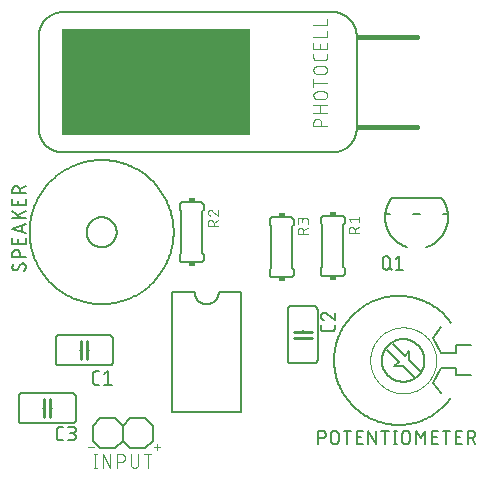
<source format=gbr>
G04 EAGLE Gerber RS-274X export*
G75*
%MOMM*%
%FSLAX34Y34*%
%LPD*%
%INSilkscreen Top*%
%IPPOS*%
%AMOC8*
5,1,8,0,0,1.08239X$1,22.5*%
G01*
%ADD10C,0.101600*%
%ADD11C,0.076200*%
%ADD12C,0.152400*%
%ADD13C,0.254000*%
%ADD14C,0.127000*%
%ADD15C,0.203200*%
%ADD16C,0.400000*%
%ADD17R,16.000000X9.000000*%
%ADD18R,0.508000X0.381000*%
%ADD19C,0.050800*%


D10*
X159806Y15192D02*
X159806Y3508D01*
X158508Y3508D02*
X161104Y3508D01*
X161104Y15192D02*
X158508Y15192D01*
X166086Y15192D02*
X166086Y3508D01*
X172577Y3508D02*
X166086Y15192D01*
X172577Y15192D02*
X172577Y3508D01*
X178447Y3508D02*
X178447Y15192D01*
X181693Y15192D01*
X181806Y15190D01*
X181919Y15184D01*
X182032Y15174D01*
X182145Y15160D01*
X182257Y15143D01*
X182368Y15121D01*
X182478Y15096D01*
X182588Y15066D01*
X182696Y15033D01*
X182803Y14996D01*
X182909Y14956D01*
X183013Y14911D01*
X183116Y14863D01*
X183217Y14812D01*
X183316Y14757D01*
X183413Y14699D01*
X183508Y14637D01*
X183601Y14572D01*
X183691Y14504D01*
X183779Y14433D01*
X183865Y14358D01*
X183948Y14281D01*
X184028Y14201D01*
X184105Y14118D01*
X184180Y14032D01*
X184251Y13944D01*
X184319Y13854D01*
X184384Y13761D01*
X184446Y13666D01*
X184504Y13569D01*
X184559Y13470D01*
X184610Y13369D01*
X184658Y13266D01*
X184703Y13162D01*
X184743Y13056D01*
X184780Y12949D01*
X184813Y12841D01*
X184843Y12731D01*
X184868Y12621D01*
X184890Y12510D01*
X184907Y12398D01*
X184921Y12285D01*
X184931Y12172D01*
X184937Y12059D01*
X184939Y11946D01*
X184937Y11833D01*
X184931Y11720D01*
X184921Y11607D01*
X184907Y11494D01*
X184890Y11382D01*
X184868Y11271D01*
X184843Y11161D01*
X184813Y11051D01*
X184780Y10943D01*
X184743Y10836D01*
X184703Y10730D01*
X184658Y10626D01*
X184610Y10523D01*
X184559Y10422D01*
X184504Y10323D01*
X184446Y10226D01*
X184384Y10131D01*
X184319Y10038D01*
X184251Y9948D01*
X184180Y9860D01*
X184105Y9774D01*
X184028Y9691D01*
X183948Y9611D01*
X183865Y9534D01*
X183779Y9459D01*
X183691Y9388D01*
X183601Y9320D01*
X183508Y9255D01*
X183413Y9193D01*
X183316Y9135D01*
X183217Y9080D01*
X183116Y9029D01*
X183013Y8981D01*
X182909Y8936D01*
X182803Y8896D01*
X182696Y8859D01*
X182588Y8826D01*
X182478Y8796D01*
X182368Y8771D01*
X182257Y8749D01*
X182145Y8732D01*
X182032Y8718D01*
X181919Y8708D01*
X181806Y8702D01*
X181693Y8700D01*
X181693Y8701D02*
X178447Y8701D01*
X189708Y6754D02*
X189708Y15192D01*
X189707Y6754D02*
X189709Y6641D01*
X189715Y6528D01*
X189725Y6415D01*
X189739Y6302D01*
X189756Y6190D01*
X189778Y6079D01*
X189803Y5969D01*
X189833Y5859D01*
X189866Y5751D01*
X189903Y5644D01*
X189943Y5538D01*
X189988Y5434D01*
X190036Y5331D01*
X190087Y5230D01*
X190142Y5131D01*
X190200Y5034D01*
X190262Y4939D01*
X190327Y4846D01*
X190395Y4756D01*
X190466Y4668D01*
X190541Y4582D01*
X190618Y4499D01*
X190698Y4419D01*
X190781Y4342D01*
X190867Y4267D01*
X190955Y4196D01*
X191045Y4128D01*
X191138Y4063D01*
X191233Y4001D01*
X191330Y3943D01*
X191429Y3888D01*
X191530Y3837D01*
X191633Y3789D01*
X191737Y3744D01*
X191843Y3704D01*
X191950Y3667D01*
X192058Y3634D01*
X192168Y3604D01*
X192278Y3579D01*
X192389Y3557D01*
X192501Y3540D01*
X192614Y3526D01*
X192727Y3516D01*
X192840Y3510D01*
X192953Y3508D01*
X193066Y3510D01*
X193179Y3516D01*
X193292Y3526D01*
X193405Y3540D01*
X193517Y3557D01*
X193628Y3579D01*
X193738Y3604D01*
X193848Y3634D01*
X193956Y3667D01*
X194063Y3704D01*
X194169Y3744D01*
X194273Y3789D01*
X194376Y3837D01*
X194477Y3888D01*
X194576Y3943D01*
X194673Y4001D01*
X194768Y4063D01*
X194861Y4128D01*
X194951Y4196D01*
X195039Y4267D01*
X195125Y4342D01*
X195208Y4419D01*
X195288Y4499D01*
X195365Y4582D01*
X195440Y4668D01*
X195511Y4756D01*
X195579Y4846D01*
X195644Y4939D01*
X195706Y5034D01*
X195764Y5131D01*
X195819Y5230D01*
X195870Y5331D01*
X195918Y5434D01*
X195963Y5538D01*
X196003Y5644D01*
X196040Y5751D01*
X196073Y5859D01*
X196103Y5969D01*
X196128Y6079D01*
X196150Y6190D01*
X196167Y6302D01*
X196181Y6415D01*
X196191Y6528D01*
X196197Y6641D01*
X196199Y6754D01*
X196199Y15192D01*
X204002Y15192D02*
X204002Y3508D01*
X200757Y15192D02*
X207248Y15192D01*
D11*
X209381Y21246D02*
X214292Y21246D01*
X211836Y23701D02*
X211836Y18790D01*
X158292Y21246D02*
X153381Y21246D01*
D12*
X171990Y90600D02*
X128810Y90600D01*
X128810Y116000D02*
X171990Y116000D01*
X126270Y113460D02*
X126270Y93140D01*
X174530Y93140D02*
X174530Y113460D01*
X128810Y90600D02*
X128710Y90602D01*
X128611Y90608D01*
X128511Y90618D01*
X128413Y90631D01*
X128314Y90649D01*
X128217Y90670D01*
X128121Y90695D01*
X128025Y90724D01*
X127931Y90757D01*
X127838Y90793D01*
X127747Y90833D01*
X127657Y90877D01*
X127569Y90924D01*
X127483Y90974D01*
X127399Y91028D01*
X127317Y91085D01*
X127238Y91145D01*
X127160Y91209D01*
X127086Y91275D01*
X127014Y91344D01*
X126945Y91416D01*
X126879Y91490D01*
X126815Y91568D01*
X126755Y91647D01*
X126698Y91729D01*
X126644Y91813D01*
X126594Y91899D01*
X126547Y91987D01*
X126503Y92077D01*
X126463Y92168D01*
X126427Y92261D01*
X126394Y92355D01*
X126365Y92451D01*
X126340Y92547D01*
X126319Y92644D01*
X126301Y92743D01*
X126288Y92841D01*
X126278Y92941D01*
X126272Y93040D01*
X126270Y93140D01*
X171990Y90600D02*
X172090Y90602D01*
X172189Y90608D01*
X172289Y90618D01*
X172387Y90631D01*
X172486Y90649D01*
X172583Y90670D01*
X172679Y90695D01*
X172775Y90724D01*
X172869Y90757D01*
X172962Y90793D01*
X173053Y90833D01*
X173143Y90877D01*
X173231Y90924D01*
X173317Y90974D01*
X173401Y91028D01*
X173483Y91085D01*
X173562Y91145D01*
X173640Y91209D01*
X173714Y91275D01*
X173786Y91344D01*
X173855Y91416D01*
X173921Y91490D01*
X173985Y91568D01*
X174045Y91647D01*
X174102Y91729D01*
X174156Y91813D01*
X174206Y91899D01*
X174253Y91987D01*
X174297Y92077D01*
X174337Y92168D01*
X174373Y92261D01*
X174406Y92355D01*
X174435Y92451D01*
X174460Y92547D01*
X174481Y92644D01*
X174499Y92743D01*
X174512Y92841D01*
X174522Y92941D01*
X174528Y93040D01*
X174530Y93140D01*
X128810Y116000D02*
X128710Y115998D01*
X128611Y115992D01*
X128511Y115982D01*
X128413Y115969D01*
X128314Y115951D01*
X128217Y115930D01*
X128121Y115905D01*
X128025Y115876D01*
X127931Y115843D01*
X127838Y115807D01*
X127747Y115767D01*
X127657Y115723D01*
X127569Y115676D01*
X127483Y115626D01*
X127399Y115572D01*
X127317Y115515D01*
X127238Y115455D01*
X127160Y115391D01*
X127086Y115325D01*
X127014Y115256D01*
X126945Y115184D01*
X126879Y115110D01*
X126815Y115032D01*
X126755Y114953D01*
X126698Y114871D01*
X126644Y114787D01*
X126594Y114701D01*
X126547Y114613D01*
X126503Y114523D01*
X126463Y114432D01*
X126427Y114339D01*
X126394Y114245D01*
X126365Y114149D01*
X126340Y114053D01*
X126319Y113956D01*
X126301Y113857D01*
X126288Y113759D01*
X126278Y113659D01*
X126272Y113560D01*
X126270Y113460D01*
X171990Y116000D02*
X172090Y115998D01*
X172189Y115992D01*
X172289Y115982D01*
X172387Y115969D01*
X172486Y115951D01*
X172583Y115930D01*
X172679Y115905D01*
X172775Y115876D01*
X172869Y115843D01*
X172962Y115807D01*
X173053Y115767D01*
X173143Y115723D01*
X173231Y115676D01*
X173317Y115626D01*
X173401Y115572D01*
X173483Y115515D01*
X173562Y115455D01*
X173640Y115391D01*
X173714Y115325D01*
X173786Y115256D01*
X173855Y115184D01*
X173921Y115110D01*
X173985Y115032D01*
X174045Y114953D01*
X174102Y114871D01*
X174156Y114787D01*
X174206Y114701D01*
X174253Y114613D01*
X174297Y114523D01*
X174337Y114432D01*
X174373Y114339D01*
X174406Y114245D01*
X174435Y114149D01*
X174460Y114053D01*
X174481Y113956D01*
X174499Y113857D01*
X174512Y113759D01*
X174522Y113659D01*
X174528Y113560D01*
X174530Y113460D01*
X147860Y103300D02*
X146590Y103300D01*
D13*
X147860Y103300D02*
X147860Y95680D01*
X147860Y103300D02*
X147860Y110920D01*
X152940Y103300D02*
X152940Y95680D01*
X152940Y103300D02*
X152940Y110920D01*
D12*
X152940Y103300D02*
X154210Y103300D01*
D14*
X160253Y73995D02*
X162793Y73995D01*
X160253Y73995D02*
X160153Y73997D01*
X160054Y74003D01*
X159954Y74013D01*
X159856Y74026D01*
X159757Y74044D01*
X159660Y74065D01*
X159564Y74090D01*
X159468Y74119D01*
X159374Y74152D01*
X159281Y74188D01*
X159190Y74228D01*
X159100Y74272D01*
X159012Y74319D01*
X158926Y74369D01*
X158842Y74423D01*
X158760Y74480D01*
X158681Y74540D01*
X158603Y74604D01*
X158529Y74670D01*
X158457Y74739D01*
X158388Y74811D01*
X158322Y74885D01*
X158258Y74963D01*
X158198Y75042D01*
X158141Y75124D01*
X158087Y75208D01*
X158037Y75294D01*
X157990Y75382D01*
X157946Y75472D01*
X157906Y75563D01*
X157870Y75656D01*
X157837Y75750D01*
X157808Y75846D01*
X157783Y75942D01*
X157762Y76039D01*
X157744Y76138D01*
X157731Y76236D01*
X157721Y76336D01*
X157715Y76435D01*
X157713Y76535D01*
X157713Y82885D01*
X157715Y82985D01*
X157721Y83084D01*
X157731Y83184D01*
X157744Y83282D01*
X157762Y83381D01*
X157783Y83478D01*
X157808Y83574D01*
X157837Y83670D01*
X157870Y83764D01*
X157906Y83857D01*
X157946Y83948D01*
X157990Y84038D01*
X158037Y84126D01*
X158087Y84212D01*
X158141Y84296D01*
X158198Y84378D01*
X158258Y84457D01*
X158322Y84535D01*
X158388Y84609D01*
X158457Y84681D01*
X158529Y84750D01*
X158603Y84816D01*
X158681Y84880D01*
X158760Y84940D01*
X158842Y84997D01*
X158926Y85051D01*
X159012Y85101D01*
X159100Y85148D01*
X159190Y85192D01*
X159281Y85232D01*
X159374Y85268D01*
X159468Y85301D01*
X159564Y85330D01*
X159660Y85355D01*
X159757Y85376D01*
X159856Y85394D01*
X159954Y85407D01*
X160054Y85417D01*
X160153Y85423D01*
X160253Y85425D01*
X162793Y85425D01*
X167275Y82885D02*
X170450Y85425D01*
X170450Y73995D01*
X167275Y73995D02*
X173625Y73995D01*
D12*
X322500Y94710D02*
X322500Y137890D01*
X347900Y137890D02*
X347900Y94710D01*
X345360Y140430D02*
X325040Y140430D01*
X325040Y92170D02*
X345360Y92170D01*
X322500Y137890D02*
X322502Y137990D01*
X322508Y138089D01*
X322518Y138189D01*
X322531Y138287D01*
X322549Y138386D01*
X322570Y138483D01*
X322595Y138579D01*
X322624Y138675D01*
X322657Y138769D01*
X322693Y138862D01*
X322733Y138953D01*
X322777Y139043D01*
X322824Y139131D01*
X322874Y139217D01*
X322928Y139301D01*
X322985Y139383D01*
X323045Y139462D01*
X323109Y139540D01*
X323175Y139614D01*
X323244Y139686D01*
X323316Y139755D01*
X323390Y139821D01*
X323468Y139885D01*
X323547Y139945D01*
X323629Y140002D01*
X323713Y140056D01*
X323799Y140106D01*
X323887Y140153D01*
X323977Y140197D01*
X324068Y140237D01*
X324161Y140273D01*
X324255Y140306D01*
X324351Y140335D01*
X324447Y140360D01*
X324544Y140381D01*
X324643Y140399D01*
X324741Y140412D01*
X324841Y140422D01*
X324940Y140428D01*
X325040Y140430D01*
X322500Y94710D02*
X322502Y94610D01*
X322508Y94511D01*
X322518Y94411D01*
X322531Y94313D01*
X322549Y94214D01*
X322570Y94117D01*
X322595Y94021D01*
X322624Y93925D01*
X322657Y93831D01*
X322693Y93738D01*
X322733Y93647D01*
X322777Y93557D01*
X322824Y93469D01*
X322874Y93383D01*
X322928Y93299D01*
X322985Y93217D01*
X323045Y93138D01*
X323109Y93060D01*
X323175Y92986D01*
X323244Y92914D01*
X323316Y92845D01*
X323390Y92779D01*
X323468Y92715D01*
X323547Y92655D01*
X323629Y92598D01*
X323713Y92544D01*
X323799Y92494D01*
X323887Y92447D01*
X323977Y92403D01*
X324068Y92363D01*
X324161Y92327D01*
X324255Y92294D01*
X324351Y92265D01*
X324447Y92240D01*
X324544Y92219D01*
X324643Y92201D01*
X324741Y92188D01*
X324841Y92178D01*
X324940Y92172D01*
X325040Y92170D01*
X347900Y137890D02*
X347898Y137990D01*
X347892Y138089D01*
X347882Y138189D01*
X347869Y138287D01*
X347851Y138386D01*
X347830Y138483D01*
X347805Y138579D01*
X347776Y138675D01*
X347743Y138769D01*
X347707Y138862D01*
X347667Y138953D01*
X347623Y139043D01*
X347576Y139131D01*
X347526Y139217D01*
X347472Y139301D01*
X347415Y139383D01*
X347355Y139462D01*
X347291Y139540D01*
X347225Y139614D01*
X347156Y139686D01*
X347084Y139755D01*
X347010Y139821D01*
X346932Y139885D01*
X346853Y139945D01*
X346771Y140002D01*
X346687Y140056D01*
X346601Y140106D01*
X346513Y140153D01*
X346423Y140197D01*
X346332Y140237D01*
X346239Y140273D01*
X346145Y140306D01*
X346049Y140335D01*
X345953Y140360D01*
X345856Y140381D01*
X345757Y140399D01*
X345659Y140412D01*
X345559Y140422D01*
X345460Y140428D01*
X345360Y140430D01*
X347900Y94710D02*
X347898Y94610D01*
X347892Y94511D01*
X347882Y94411D01*
X347869Y94313D01*
X347851Y94214D01*
X347830Y94117D01*
X347805Y94021D01*
X347776Y93925D01*
X347743Y93831D01*
X347707Y93738D01*
X347667Y93647D01*
X347623Y93557D01*
X347576Y93469D01*
X347526Y93383D01*
X347472Y93299D01*
X347415Y93217D01*
X347355Y93138D01*
X347291Y93060D01*
X347225Y92986D01*
X347156Y92914D01*
X347084Y92845D01*
X347010Y92779D01*
X346932Y92715D01*
X346853Y92655D01*
X346771Y92598D01*
X346687Y92544D01*
X346601Y92494D01*
X346513Y92447D01*
X346423Y92403D01*
X346332Y92363D01*
X346239Y92327D01*
X346145Y92294D01*
X346049Y92265D01*
X345953Y92240D01*
X345856Y92219D01*
X345757Y92201D01*
X345659Y92188D01*
X345559Y92178D01*
X345460Y92172D01*
X345360Y92170D01*
X335200Y118840D02*
X335200Y120110D01*
D13*
X335200Y118840D02*
X327580Y118840D01*
X335200Y118840D02*
X342820Y118840D01*
X335200Y113760D02*
X327580Y113760D01*
X335200Y113760D02*
X342820Y113760D01*
D12*
X335200Y113760D02*
X335200Y112490D01*
D14*
X362325Y121615D02*
X362325Y124155D01*
X362325Y121615D02*
X362323Y121515D01*
X362317Y121416D01*
X362307Y121316D01*
X362294Y121218D01*
X362276Y121119D01*
X362255Y121022D01*
X362230Y120926D01*
X362201Y120830D01*
X362168Y120736D01*
X362132Y120643D01*
X362092Y120552D01*
X362048Y120462D01*
X362001Y120374D01*
X361951Y120288D01*
X361897Y120204D01*
X361840Y120122D01*
X361780Y120043D01*
X361716Y119965D01*
X361650Y119891D01*
X361581Y119819D01*
X361509Y119750D01*
X361435Y119684D01*
X361357Y119620D01*
X361278Y119560D01*
X361196Y119503D01*
X361112Y119449D01*
X361026Y119399D01*
X360938Y119352D01*
X360848Y119308D01*
X360757Y119268D01*
X360664Y119232D01*
X360570Y119199D01*
X360474Y119170D01*
X360378Y119145D01*
X360281Y119124D01*
X360182Y119106D01*
X360084Y119093D01*
X359984Y119083D01*
X359885Y119077D01*
X359785Y119075D01*
X353435Y119075D01*
X353335Y119077D01*
X353236Y119083D01*
X353136Y119093D01*
X353038Y119106D01*
X352939Y119124D01*
X352842Y119145D01*
X352746Y119170D01*
X352650Y119199D01*
X352556Y119232D01*
X352463Y119268D01*
X352372Y119308D01*
X352282Y119352D01*
X352194Y119399D01*
X352108Y119449D01*
X352024Y119503D01*
X351942Y119560D01*
X351863Y119620D01*
X351785Y119684D01*
X351711Y119750D01*
X351639Y119819D01*
X351570Y119891D01*
X351504Y119965D01*
X351440Y120043D01*
X351380Y120122D01*
X351323Y120204D01*
X351269Y120288D01*
X351219Y120374D01*
X351172Y120462D01*
X351128Y120552D01*
X351088Y120643D01*
X351052Y120736D01*
X351019Y120830D01*
X350990Y120926D01*
X350965Y121022D01*
X350944Y121119D01*
X350926Y121218D01*
X350913Y121316D01*
X350903Y121416D01*
X350897Y121515D01*
X350895Y121615D01*
X350895Y124155D01*
X350895Y132130D02*
X350897Y132234D01*
X350903Y132339D01*
X350912Y132443D01*
X350925Y132546D01*
X350943Y132649D01*
X350963Y132751D01*
X350988Y132853D01*
X351016Y132953D01*
X351048Y133053D01*
X351084Y133151D01*
X351123Y133248D01*
X351165Y133343D01*
X351211Y133437D01*
X351261Y133529D01*
X351313Y133619D01*
X351369Y133707D01*
X351429Y133793D01*
X351491Y133877D01*
X351556Y133958D01*
X351624Y134037D01*
X351696Y134114D01*
X351769Y134187D01*
X351846Y134259D01*
X351925Y134327D01*
X352006Y134392D01*
X352090Y134454D01*
X352176Y134514D01*
X352264Y134570D01*
X352354Y134622D01*
X352446Y134672D01*
X352540Y134718D01*
X352635Y134760D01*
X352732Y134799D01*
X352830Y134835D01*
X352930Y134867D01*
X353030Y134895D01*
X353132Y134920D01*
X353234Y134940D01*
X353337Y134958D01*
X353440Y134971D01*
X353544Y134980D01*
X353649Y134986D01*
X353753Y134988D01*
X350895Y132130D02*
X350897Y132012D01*
X350903Y131893D01*
X350912Y131775D01*
X350925Y131658D01*
X350943Y131541D01*
X350963Y131424D01*
X350988Y131308D01*
X351016Y131193D01*
X351049Y131080D01*
X351084Y130967D01*
X351124Y130855D01*
X351166Y130745D01*
X351213Y130636D01*
X351263Y130528D01*
X351316Y130423D01*
X351373Y130319D01*
X351433Y130217D01*
X351496Y130117D01*
X351563Y130019D01*
X351632Y129923D01*
X351705Y129830D01*
X351781Y129739D01*
X351859Y129650D01*
X351941Y129564D01*
X352025Y129481D01*
X352111Y129400D01*
X352201Y129323D01*
X352292Y129248D01*
X352386Y129176D01*
X352483Y129107D01*
X352581Y129042D01*
X352682Y128979D01*
X352785Y128920D01*
X352889Y128864D01*
X352995Y128812D01*
X353103Y128763D01*
X353212Y128718D01*
X353323Y128676D01*
X353435Y128638D01*
X355975Y134035D02*
X355900Y134111D01*
X355821Y134186D01*
X355740Y134257D01*
X355656Y134326D01*
X355570Y134391D01*
X355482Y134453D01*
X355392Y134513D01*
X355300Y134569D01*
X355205Y134622D01*
X355109Y134671D01*
X355011Y134717D01*
X354912Y134760D01*
X354811Y134799D01*
X354709Y134834D01*
X354606Y134866D01*
X354502Y134894D01*
X354397Y134919D01*
X354290Y134940D01*
X354184Y134957D01*
X354077Y134970D01*
X353969Y134979D01*
X353861Y134985D01*
X353753Y134987D01*
X355975Y134035D02*
X362325Y128637D01*
X362325Y134987D01*
D12*
X140590Y41500D02*
X97410Y41500D01*
X97410Y66900D02*
X140590Y66900D01*
X94870Y64360D02*
X94870Y44040D01*
X143130Y44040D02*
X143130Y64360D01*
X97410Y41500D02*
X97310Y41502D01*
X97211Y41508D01*
X97111Y41518D01*
X97013Y41531D01*
X96914Y41549D01*
X96817Y41570D01*
X96721Y41595D01*
X96625Y41624D01*
X96531Y41657D01*
X96438Y41693D01*
X96347Y41733D01*
X96257Y41777D01*
X96169Y41824D01*
X96083Y41874D01*
X95999Y41928D01*
X95917Y41985D01*
X95838Y42045D01*
X95760Y42109D01*
X95686Y42175D01*
X95614Y42244D01*
X95545Y42316D01*
X95479Y42390D01*
X95415Y42468D01*
X95355Y42547D01*
X95298Y42629D01*
X95244Y42713D01*
X95194Y42799D01*
X95147Y42887D01*
X95103Y42977D01*
X95063Y43068D01*
X95027Y43161D01*
X94994Y43255D01*
X94965Y43351D01*
X94940Y43447D01*
X94919Y43544D01*
X94901Y43643D01*
X94888Y43741D01*
X94878Y43841D01*
X94872Y43940D01*
X94870Y44040D01*
X140590Y41500D02*
X140690Y41502D01*
X140789Y41508D01*
X140889Y41518D01*
X140987Y41531D01*
X141086Y41549D01*
X141183Y41570D01*
X141279Y41595D01*
X141375Y41624D01*
X141469Y41657D01*
X141562Y41693D01*
X141653Y41733D01*
X141743Y41777D01*
X141831Y41824D01*
X141917Y41874D01*
X142001Y41928D01*
X142083Y41985D01*
X142162Y42045D01*
X142240Y42109D01*
X142314Y42175D01*
X142386Y42244D01*
X142455Y42316D01*
X142521Y42390D01*
X142585Y42468D01*
X142645Y42547D01*
X142702Y42629D01*
X142756Y42713D01*
X142806Y42799D01*
X142853Y42887D01*
X142897Y42977D01*
X142937Y43068D01*
X142973Y43161D01*
X143006Y43255D01*
X143035Y43351D01*
X143060Y43447D01*
X143081Y43544D01*
X143099Y43643D01*
X143112Y43741D01*
X143122Y43841D01*
X143128Y43940D01*
X143130Y44040D01*
X97410Y66900D02*
X97310Y66898D01*
X97211Y66892D01*
X97111Y66882D01*
X97013Y66869D01*
X96914Y66851D01*
X96817Y66830D01*
X96721Y66805D01*
X96625Y66776D01*
X96531Y66743D01*
X96438Y66707D01*
X96347Y66667D01*
X96257Y66623D01*
X96169Y66576D01*
X96083Y66526D01*
X95999Y66472D01*
X95917Y66415D01*
X95838Y66355D01*
X95760Y66291D01*
X95686Y66225D01*
X95614Y66156D01*
X95545Y66084D01*
X95479Y66010D01*
X95415Y65932D01*
X95355Y65853D01*
X95298Y65771D01*
X95244Y65687D01*
X95194Y65601D01*
X95147Y65513D01*
X95103Y65423D01*
X95063Y65332D01*
X95027Y65239D01*
X94994Y65145D01*
X94965Y65049D01*
X94940Y64953D01*
X94919Y64856D01*
X94901Y64757D01*
X94888Y64659D01*
X94878Y64559D01*
X94872Y64460D01*
X94870Y64360D01*
X140590Y66900D02*
X140690Y66898D01*
X140789Y66892D01*
X140889Y66882D01*
X140987Y66869D01*
X141086Y66851D01*
X141183Y66830D01*
X141279Y66805D01*
X141375Y66776D01*
X141469Y66743D01*
X141562Y66707D01*
X141653Y66667D01*
X141743Y66623D01*
X141831Y66576D01*
X141917Y66526D01*
X142001Y66472D01*
X142083Y66415D01*
X142162Y66355D01*
X142240Y66291D01*
X142314Y66225D01*
X142386Y66156D01*
X142455Y66084D01*
X142521Y66010D01*
X142585Y65932D01*
X142645Y65853D01*
X142702Y65771D01*
X142756Y65687D01*
X142806Y65601D01*
X142853Y65513D01*
X142897Y65423D01*
X142937Y65332D01*
X142973Y65239D01*
X143006Y65145D01*
X143035Y65049D01*
X143060Y64953D01*
X143081Y64856D01*
X143099Y64757D01*
X143112Y64659D01*
X143122Y64559D01*
X143128Y64460D01*
X143130Y64360D01*
X116460Y54200D02*
X115190Y54200D01*
D13*
X116460Y54200D02*
X116460Y46580D01*
X116460Y54200D02*
X116460Y61820D01*
X121540Y54200D02*
X121540Y46580D01*
X121540Y54200D02*
X121540Y61820D01*
D12*
X121540Y54200D02*
X122810Y54200D01*
D14*
X129853Y26895D02*
X132393Y26895D01*
X129853Y26895D02*
X129753Y26897D01*
X129654Y26903D01*
X129554Y26913D01*
X129456Y26926D01*
X129357Y26944D01*
X129260Y26965D01*
X129164Y26990D01*
X129068Y27019D01*
X128974Y27052D01*
X128881Y27088D01*
X128790Y27128D01*
X128700Y27172D01*
X128612Y27219D01*
X128526Y27269D01*
X128442Y27323D01*
X128360Y27380D01*
X128281Y27440D01*
X128203Y27504D01*
X128129Y27570D01*
X128057Y27639D01*
X127988Y27711D01*
X127922Y27785D01*
X127858Y27863D01*
X127798Y27942D01*
X127741Y28024D01*
X127687Y28108D01*
X127637Y28194D01*
X127590Y28282D01*
X127546Y28372D01*
X127506Y28463D01*
X127470Y28556D01*
X127437Y28650D01*
X127408Y28746D01*
X127383Y28842D01*
X127362Y28939D01*
X127344Y29038D01*
X127331Y29136D01*
X127321Y29236D01*
X127315Y29335D01*
X127313Y29435D01*
X127313Y35785D01*
X127315Y35885D01*
X127321Y35984D01*
X127331Y36084D01*
X127344Y36182D01*
X127362Y36281D01*
X127383Y36378D01*
X127408Y36474D01*
X127437Y36570D01*
X127470Y36664D01*
X127506Y36757D01*
X127546Y36848D01*
X127590Y36938D01*
X127637Y37026D01*
X127687Y37112D01*
X127741Y37196D01*
X127798Y37278D01*
X127858Y37357D01*
X127922Y37435D01*
X127988Y37509D01*
X128057Y37581D01*
X128129Y37650D01*
X128203Y37716D01*
X128281Y37780D01*
X128360Y37840D01*
X128442Y37897D01*
X128526Y37951D01*
X128612Y38001D01*
X128700Y38048D01*
X128790Y38092D01*
X128881Y38132D01*
X128974Y38168D01*
X129068Y38201D01*
X129164Y38230D01*
X129260Y38255D01*
X129357Y38276D01*
X129456Y38294D01*
X129554Y38307D01*
X129654Y38317D01*
X129753Y38323D01*
X129853Y38325D01*
X132393Y38325D01*
X136875Y26895D02*
X140050Y26895D01*
X140161Y26897D01*
X140271Y26903D01*
X140382Y26912D01*
X140492Y26926D01*
X140601Y26943D01*
X140710Y26964D01*
X140818Y26989D01*
X140925Y27018D01*
X141031Y27050D01*
X141136Y27086D01*
X141239Y27126D01*
X141341Y27169D01*
X141442Y27216D01*
X141541Y27267D01*
X141637Y27320D01*
X141732Y27377D01*
X141825Y27438D01*
X141916Y27501D01*
X142005Y27568D01*
X142091Y27638D01*
X142174Y27711D01*
X142256Y27786D01*
X142334Y27864D01*
X142409Y27946D01*
X142482Y28029D01*
X142552Y28115D01*
X142619Y28204D01*
X142682Y28295D01*
X142743Y28388D01*
X142800Y28482D01*
X142853Y28579D01*
X142904Y28678D01*
X142951Y28779D01*
X142994Y28881D01*
X143034Y28984D01*
X143070Y29089D01*
X143102Y29195D01*
X143131Y29302D01*
X143156Y29410D01*
X143177Y29519D01*
X143194Y29628D01*
X143208Y29738D01*
X143217Y29849D01*
X143223Y29959D01*
X143225Y30070D01*
X143223Y30181D01*
X143217Y30291D01*
X143208Y30402D01*
X143194Y30512D01*
X143177Y30621D01*
X143156Y30730D01*
X143131Y30838D01*
X143102Y30945D01*
X143070Y31051D01*
X143034Y31156D01*
X142994Y31259D01*
X142951Y31361D01*
X142904Y31462D01*
X142853Y31561D01*
X142800Y31657D01*
X142743Y31752D01*
X142682Y31845D01*
X142619Y31936D01*
X142552Y32025D01*
X142482Y32111D01*
X142409Y32194D01*
X142334Y32276D01*
X142256Y32354D01*
X142174Y32429D01*
X142091Y32502D01*
X142005Y32572D01*
X141916Y32639D01*
X141825Y32702D01*
X141732Y32763D01*
X141638Y32820D01*
X141541Y32873D01*
X141442Y32924D01*
X141341Y32971D01*
X141239Y33014D01*
X141136Y33054D01*
X141031Y33090D01*
X140925Y33122D01*
X140818Y33151D01*
X140710Y33176D01*
X140601Y33197D01*
X140492Y33214D01*
X140382Y33228D01*
X140271Y33237D01*
X140161Y33243D01*
X140050Y33245D01*
X140685Y38325D02*
X136875Y38325D01*
X140685Y38325D02*
X140785Y38323D01*
X140884Y38317D01*
X140984Y38307D01*
X141082Y38294D01*
X141181Y38276D01*
X141278Y38255D01*
X141374Y38230D01*
X141470Y38201D01*
X141564Y38168D01*
X141657Y38132D01*
X141748Y38092D01*
X141838Y38048D01*
X141926Y38001D01*
X142012Y37951D01*
X142096Y37897D01*
X142178Y37840D01*
X142257Y37780D01*
X142335Y37716D01*
X142409Y37650D01*
X142481Y37581D01*
X142550Y37509D01*
X142616Y37435D01*
X142680Y37357D01*
X142740Y37278D01*
X142797Y37196D01*
X142851Y37112D01*
X142901Y37026D01*
X142948Y36938D01*
X142992Y36848D01*
X143032Y36757D01*
X143068Y36664D01*
X143101Y36570D01*
X143130Y36474D01*
X143155Y36378D01*
X143176Y36281D01*
X143194Y36182D01*
X143207Y36084D01*
X143217Y35984D01*
X143223Y35885D01*
X143225Y35785D01*
X143223Y35685D01*
X143217Y35586D01*
X143207Y35486D01*
X143194Y35388D01*
X143176Y35289D01*
X143155Y35192D01*
X143130Y35096D01*
X143101Y35000D01*
X143068Y34906D01*
X143032Y34813D01*
X142992Y34722D01*
X142948Y34632D01*
X142901Y34544D01*
X142851Y34458D01*
X142797Y34374D01*
X142740Y34292D01*
X142680Y34213D01*
X142616Y34135D01*
X142550Y34061D01*
X142481Y33989D01*
X142409Y33920D01*
X142335Y33854D01*
X142257Y33790D01*
X142178Y33730D01*
X142096Y33673D01*
X142012Y33619D01*
X141926Y33569D01*
X141838Y33522D01*
X141748Y33478D01*
X141657Y33438D01*
X141564Y33402D01*
X141470Y33369D01*
X141374Y33340D01*
X141278Y33315D01*
X141181Y33294D01*
X141082Y33276D01*
X140984Y33263D01*
X140884Y33253D01*
X140785Y33247D01*
X140685Y33245D01*
X138145Y33245D01*
D12*
X283210Y50800D02*
X283210Y152400D01*
X224790Y152400D02*
X224790Y50800D01*
X283210Y50800D01*
X283210Y152400D02*
X264160Y152400D01*
X243840Y152400D02*
X224790Y152400D01*
X243840Y152400D02*
X243843Y152153D01*
X243852Y151905D01*
X243867Y151658D01*
X243888Y151412D01*
X243915Y151166D01*
X243948Y150921D01*
X243987Y150676D01*
X244032Y150433D01*
X244083Y150191D01*
X244140Y149950D01*
X244202Y149711D01*
X244271Y149473D01*
X244345Y149237D01*
X244425Y149003D01*
X244510Y148771D01*
X244602Y148541D01*
X244698Y148313D01*
X244801Y148088D01*
X244908Y147865D01*
X245022Y147645D01*
X245140Y147428D01*
X245264Y147213D01*
X245393Y147002D01*
X245527Y146794D01*
X245666Y146589D01*
X245810Y146388D01*
X245958Y146190D01*
X246112Y145996D01*
X246270Y145806D01*
X246433Y145620D01*
X246600Y145438D01*
X246772Y145260D01*
X246948Y145086D01*
X247128Y144916D01*
X247313Y144751D01*
X247501Y144591D01*
X247693Y144435D01*
X247889Y144283D01*
X248088Y144137D01*
X248291Y143995D01*
X248498Y143859D01*
X248707Y143727D01*
X248920Y143601D01*
X249136Y143480D01*
X249354Y143364D01*
X249576Y143254D01*
X249800Y143149D01*
X250026Y143049D01*
X250255Y142955D01*
X250486Y142867D01*
X250720Y142784D01*
X250955Y142707D01*
X251192Y142636D01*
X251430Y142570D01*
X251670Y142511D01*
X251912Y142457D01*
X252155Y142409D01*
X252398Y142367D01*
X252643Y142331D01*
X252889Y142301D01*
X253135Y142277D01*
X253382Y142259D01*
X253629Y142247D01*
X253876Y142241D01*
X254124Y142241D01*
X254371Y142247D01*
X254618Y142259D01*
X254865Y142277D01*
X255111Y142301D01*
X255357Y142331D01*
X255602Y142367D01*
X255845Y142409D01*
X256088Y142457D01*
X256330Y142511D01*
X256570Y142570D01*
X256808Y142636D01*
X257045Y142707D01*
X257280Y142784D01*
X257514Y142867D01*
X257745Y142955D01*
X257974Y143049D01*
X258200Y143149D01*
X258424Y143254D01*
X258646Y143364D01*
X258864Y143480D01*
X259080Y143601D01*
X259293Y143727D01*
X259502Y143859D01*
X259709Y143995D01*
X259912Y144137D01*
X260111Y144283D01*
X260307Y144435D01*
X260499Y144591D01*
X260687Y144751D01*
X260872Y144916D01*
X261052Y145086D01*
X261228Y145260D01*
X261400Y145438D01*
X261567Y145620D01*
X261730Y145806D01*
X261888Y145996D01*
X262042Y146190D01*
X262190Y146388D01*
X262334Y146589D01*
X262473Y146794D01*
X262607Y147002D01*
X262736Y147213D01*
X262860Y147428D01*
X262978Y147645D01*
X263092Y147865D01*
X263199Y148088D01*
X263302Y148313D01*
X263398Y148541D01*
X263490Y148771D01*
X263575Y149003D01*
X263655Y149237D01*
X263729Y149473D01*
X263798Y149711D01*
X263860Y149950D01*
X263917Y150191D01*
X263968Y150433D01*
X264013Y150676D01*
X264052Y150921D01*
X264085Y151166D01*
X264112Y151412D01*
X264133Y151658D01*
X264148Y151905D01*
X264157Y152153D01*
X264160Y152400D01*
D15*
X132000Y270950D02*
X131517Y270956D01*
X131034Y270973D01*
X130551Y271003D01*
X130070Y271043D01*
X129589Y271096D01*
X129110Y271160D01*
X128633Y271235D01*
X128157Y271323D01*
X127684Y271421D01*
X127214Y271531D01*
X126746Y271652D01*
X126281Y271785D01*
X125820Y271929D01*
X125362Y272084D01*
X124908Y272250D01*
X124458Y272427D01*
X124013Y272614D01*
X123572Y272813D01*
X123136Y273021D01*
X122706Y273241D01*
X122280Y273471D01*
X121861Y273711D01*
X121447Y273961D01*
X121040Y274221D01*
X120639Y274490D01*
X120244Y274770D01*
X119857Y275058D01*
X119476Y275357D01*
X119103Y275664D01*
X118738Y275980D01*
X118380Y276305D01*
X118030Y276638D01*
X117688Y276980D01*
X117355Y277330D01*
X117030Y277688D01*
X116714Y278053D01*
X116407Y278426D01*
X116108Y278807D01*
X115820Y279194D01*
X115540Y279589D01*
X115271Y279990D01*
X115011Y280397D01*
X114761Y280811D01*
X114521Y281230D01*
X114291Y281656D01*
X114071Y282086D01*
X113863Y282522D01*
X113664Y282963D01*
X113477Y283408D01*
X113300Y283858D01*
X113134Y284312D01*
X112979Y284770D01*
X112835Y285231D01*
X112702Y285696D01*
X112581Y286164D01*
X112471Y286634D01*
X112373Y287107D01*
X112285Y287583D01*
X112210Y288060D01*
X112146Y288539D01*
X112093Y289020D01*
X112053Y289501D01*
X112023Y289984D01*
X112006Y290467D01*
X112000Y290950D01*
X112000Y369450D01*
X112006Y369933D01*
X112023Y370416D01*
X112053Y370899D01*
X112093Y371380D01*
X112146Y371861D01*
X112210Y372340D01*
X112285Y372817D01*
X112373Y373293D01*
X112471Y373766D01*
X112581Y374236D01*
X112702Y374704D01*
X112835Y375169D01*
X112979Y375630D01*
X113134Y376088D01*
X113300Y376542D01*
X113477Y376992D01*
X113664Y377437D01*
X113863Y377878D01*
X114071Y378314D01*
X114291Y378744D01*
X114521Y379170D01*
X114761Y379589D01*
X115011Y380003D01*
X115271Y380410D01*
X115540Y380811D01*
X115820Y381206D01*
X116108Y381593D01*
X116407Y381974D01*
X116714Y382347D01*
X117030Y382712D01*
X117355Y383070D01*
X117688Y383420D01*
X118030Y383762D01*
X118380Y384095D01*
X118738Y384420D01*
X119103Y384736D01*
X119476Y385043D01*
X119857Y385342D01*
X120244Y385630D01*
X120639Y385910D01*
X121040Y386179D01*
X121447Y386439D01*
X121861Y386689D01*
X122280Y386929D01*
X122706Y387159D01*
X123136Y387379D01*
X123572Y387587D01*
X124013Y387786D01*
X124458Y387973D01*
X124908Y388150D01*
X125362Y388316D01*
X125820Y388471D01*
X126281Y388615D01*
X126746Y388748D01*
X127214Y388869D01*
X127684Y388979D01*
X128157Y389077D01*
X128633Y389165D01*
X129110Y389240D01*
X129589Y389304D01*
X130070Y389357D01*
X130551Y389397D01*
X131034Y389427D01*
X131517Y389444D01*
X132000Y389450D01*
X132000Y270950D02*
X361000Y270950D01*
X361483Y270956D01*
X361966Y270973D01*
X362449Y271003D01*
X362930Y271043D01*
X363411Y271096D01*
X363890Y271160D01*
X364367Y271235D01*
X364843Y271323D01*
X365316Y271421D01*
X365786Y271531D01*
X366254Y271652D01*
X366719Y271785D01*
X367180Y271929D01*
X367638Y272084D01*
X368092Y272250D01*
X368542Y272427D01*
X368987Y272614D01*
X369428Y272813D01*
X369864Y273021D01*
X370294Y273241D01*
X370720Y273471D01*
X371139Y273711D01*
X371553Y273961D01*
X371960Y274221D01*
X372361Y274490D01*
X372756Y274770D01*
X373143Y275058D01*
X373524Y275357D01*
X373897Y275664D01*
X374262Y275980D01*
X374620Y276305D01*
X374970Y276638D01*
X375312Y276980D01*
X375645Y277330D01*
X375970Y277688D01*
X376286Y278053D01*
X376593Y278426D01*
X376892Y278807D01*
X377180Y279194D01*
X377460Y279589D01*
X377729Y279990D01*
X377989Y280397D01*
X378239Y280811D01*
X378479Y281230D01*
X378709Y281656D01*
X378929Y282086D01*
X379137Y282522D01*
X379336Y282963D01*
X379523Y283408D01*
X379700Y283858D01*
X379866Y284312D01*
X380021Y284770D01*
X380165Y285231D01*
X380298Y285696D01*
X380419Y286164D01*
X380529Y286634D01*
X380627Y287107D01*
X380715Y287583D01*
X380790Y288060D01*
X380854Y288539D01*
X380907Y289020D01*
X380947Y289501D01*
X380977Y289984D01*
X380994Y290467D01*
X381000Y290950D01*
X381000Y369450D01*
X380994Y369933D01*
X380977Y370416D01*
X380947Y370899D01*
X380907Y371380D01*
X380854Y371861D01*
X380790Y372340D01*
X380715Y372817D01*
X380627Y373293D01*
X380529Y373766D01*
X380419Y374236D01*
X380298Y374704D01*
X380165Y375169D01*
X380021Y375630D01*
X379866Y376088D01*
X379700Y376542D01*
X379523Y376992D01*
X379336Y377437D01*
X379137Y377878D01*
X378929Y378314D01*
X378709Y378744D01*
X378479Y379170D01*
X378239Y379589D01*
X377989Y380003D01*
X377729Y380410D01*
X377460Y380811D01*
X377180Y381206D01*
X376892Y381593D01*
X376593Y381974D01*
X376286Y382347D01*
X375970Y382712D01*
X375645Y383070D01*
X375312Y383420D01*
X374970Y383762D01*
X374620Y384095D01*
X374262Y384420D01*
X373897Y384736D01*
X373524Y385043D01*
X373143Y385342D01*
X372756Y385630D01*
X372361Y385910D01*
X371960Y386179D01*
X371553Y386439D01*
X371139Y386689D01*
X370720Y386929D01*
X370294Y387159D01*
X369864Y387379D01*
X369428Y387587D01*
X368987Y387786D01*
X368542Y387973D01*
X368092Y388150D01*
X367638Y388316D01*
X367180Y388471D01*
X366719Y388615D01*
X366254Y388748D01*
X365786Y388869D01*
X365316Y388979D01*
X364843Y389077D01*
X364367Y389165D01*
X363890Y389240D01*
X363411Y389304D01*
X362930Y389357D01*
X362449Y389397D01*
X361966Y389427D01*
X361483Y389444D01*
X361000Y389450D01*
X132000Y389450D01*
D16*
X382450Y292100D02*
X431800Y292100D01*
X431800Y368300D02*
X382450Y368300D01*
D17*
X211000Y330200D03*
D10*
X344408Y292721D02*
X356092Y292721D01*
X344408Y292721D02*
X344408Y295967D01*
X344410Y296080D01*
X344416Y296193D01*
X344426Y296306D01*
X344440Y296419D01*
X344457Y296531D01*
X344479Y296642D01*
X344504Y296752D01*
X344534Y296862D01*
X344567Y296970D01*
X344604Y297077D01*
X344644Y297183D01*
X344689Y297287D01*
X344737Y297390D01*
X344788Y297491D01*
X344843Y297590D01*
X344901Y297687D01*
X344963Y297782D01*
X345028Y297875D01*
X345096Y297965D01*
X345167Y298053D01*
X345242Y298139D01*
X345319Y298222D01*
X345399Y298302D01*
X345482Y298379D01*
X345568Y298454D01*
X345656Y298525D01*
X345746Y298593D01*
X345839Y298658D01*
X345934Y298720D01*
X346031Y298778D01*
X346130Y298833D01*
X346231Y298884D01*
X346334Y298932D01*
X346438Y298977D01*
X346544Y299017D01*
X346651Y299054D01*
X346759Y299087D01*
X346869Y299117D01*
X346979Y299142D01*
X347090Y299164D01*
X347202Y299181D01*
X347315Y299195D01*
X347428Y299205D01*
X347541Y299211D01*
X347654Y299213D01*
X347767Y299211D01*
X347880Y299205D01*
X347993Y299195D01*
X348106Y299181D01*
X348218Y299164D01*
X348329Y299142D01*
X348439Y299117D01*
X348549Y299087D01*
X348657Y299054D01*
X348764Y299017D01*
X348870Y298977D01*
X348974Y298932D01*
X349077Y298884D01*
X349178Y298833D01*
X349277Y298778D01*
X349374Y298720D01*
X349469Y298658D01*
X349562Y298593D01*
X349652Y298525D01*
X349740Y298454D01*
X349826Y298379D01*
X349909Y298302D01*
X349989Y298222D01*
X350066Y298139D01*
X350141Y298053D01*
X350212Y297965D01*
X350280Y297875D01*
X350345Y297782D01*
X350407Y297687D01*
X350465Y297590D01*
X350520Y297491D01*
X350571Y297390D01*
X350619Y297287D01*
X350664Y297183D01*
X350704Y297077D01*
X350741Y296970D01*
X350774Y296862D01*
X350804Y296752D01*
X350829Y296642D01*
X350851Y296531D01*
X350868Y296419D01*
X350882Y296306D01*
X350892Y296193D01*
X350898Y296080D01*
X350900Y295967D01*
X350899Y295967D02*
X350899Y292721D01*
X356092Y303982D02*
X344408Y303982D01*
X349601Y303982D02*
X349601Y310473D01*
X344408Y310473D02*
X356092Y310473D01*
X352846Y315793D02*
X347654Y315793D01*
X347654Y315792D02*
X347541Y315794D01*
X347428Y315800D01*
X347315Y315810D01*
X347202Y315824D01*
X347090Y315841D01*
X346979Y315863D01*
X346869Y315888D01*
X346759Y315918D01*
X346651Y315951D01*
X346544Y315988D01*
X346438Y316028D01*
X346334Y316073D01*
X346231Y316121D01*
X346130Y316172D01*
X346031Y316227D01*
X345934Y316285D01*
X345839Y316347D01*
X345746Y316412D01*
X345656Y316480D01*
X345568Y316551D01*
X345482Y316626D01*
X345399Y316703D01*
X345319Y316783D01*
X345242Y316866D01*
X345167Y316952D01*
X345096Y317040D01*
X345028Y317130D01*
X344963Y317223D01*
X344901Y317318D01*
X344843Y317415D01*
X344788Y317514D01*
X344737Y317615D01*
X344689Y317718D01*
X344644Y317822D01*
X344604Y317928D01*
X344567Y318035D01*
X344534Y318143D01*
X344504Y318253D01*
X344479Y318363D01*
X344457Y318474D01*
X344440Y318586D01*
X344426Y318699D01*
X344416Y318812D01*
X344410Y318925D01*
X344408Y319038D01*
X344410Y319151D01*
X344416Y319264D01*
X344426Y319377D01*
X344440Y319490D01*
X344457Y319602D01*
X344479Y319713D01*
X344504Y319823D01*
X344534Y319933D01*
X344567Y320041D01*
X344604Y320148D01*
X344644Y320254D01*
X344689Y320358D01*
X344737Y320461D01*
X344788Y320562D01*
X344843Y320661D01*
X344901Y320758D01*
X344963Y320853D01*
X345028Y320946D01*
X345096Y321036D01*
X345167Y321124D01*
X345242Y321210D01*
X345319Y321293D01*
X345399Y321373D01*
X345482Y321450D01*
X345568Y321525D01*
X345656Y321596D01*
X345746Y321664D01*
X345839Y321729D01*
X345934Y321791D01*
X346031Y321849D01*
X346130Y321904D01*
X346231Y321955D01*
X346334Y322003D01*
X346438Y322048D01*
X346544Y322088D01*
X346651Y322125D01*
X346759Y322158D01*
X346869Y322188D01*
X346979Y322213D01*
X347090Y322235D01*
X347202Y322252D01*
X347315Y322266D01*
X347428Y322276D01*
X347541Y322282D01*
X347654Y322284D01*
X352846Y322284D01*
X352959Y322282D01*
X353072Y322276D01*
X353185Y322266D01*
X353298Y322252D01*
X353410Y322235D01*
X353521Y322213D01*
X353631Y322188D01*
X353741Y322158D01*
X353849Y322125D01*
X353956Y322088D01*
X354062Y322048D01*
X354166Y322003D01*
X354269Y321955D01*
X354370Y321904D01*
X354469Y321849D01*
X354566Y321791D01*
X354661Y321729D01*
X354754Y321664D01*
X354844Y321596D01*
X354932Y321525D01*
X355018Y321450D01*
X355101Y321373D01*
X355181Y321293D01*
X355258Y321210D01*
X355333Y321124D01*
X355404Y321036D01*
X355472Y320946D01*
X355537Y320853D01*
X355599Y320758D01*
X355657Y320661D01*
X355712Y320562D01*
X355763Y320461D01*
X355811Y320358D01*
X355856Y320254D01*
X355896Y320148D01*
X355933Y320041D01*
X355966Y319933D01*
X355996Y319823D01*
X356021Y319713D01*
X356043Y319602D01*
X356060Y319490D01*
X356074Y319377D01*
X356084Y319264D01*
X356090Y319151D01*
X356092Y319038D01*
X356090Y318925D01*
X356084Y318812D01*
X356074Y318699D01*
X356060Y318586D01*
X356043Y318474D01*
X356021Y318363D01*
X355996Y318253D01*
X355966Y318143D01*
X355933Y318035D01*
X355896Y317928D01*
X355856Y317822D01*
X355811Y317718D01*
X355763Y317615D01*
X355712Y317514D01*
X355657Y317415D01*
X355599Y317318D01*
X355537Y317223D01*
X355472Y317130D01*
X355404Y317040D01*
X355333Y316952D01*
X355258Y316866D01*
X355181Y316783D01*
X355101Y316703D01*
X355018Y316626D01*
X354932Y316551D01*
X354844Y316480D01*
X354754Y316412D01*
X354661Y316347D01*
X354566Y316285D01*
X354469Y316227D01*
X354370Y316172D01*
X354269Y316121D01*
X354166Y316073D01*
X354062Y316028D01*
X353956Y315988D01*
X353849Y315951D01*
X353741Y315918D01*
X353631Y315888D01*
X353521Y315863D01*
X353410Y315841D01*
X353298Y315824D01*
X353185Y315810D01*
X353072Y315800D01*
X352959Y315794D01*
X352846Y315792D01*
X356092Y329706D02*
X344408Y329706D01*
X344408Y326461D02*
X344408Y332952D01*
X347654Y337129D02*
X352846Y337129D01*
X347654Y337128D02*
X347541Y337130D01*
X347428Y337136D01*
X347315Y337146D01*
X347202Y337160D01*
X347090Y337177D01*
X346979Y337199D01*
X346869Y337224D01*
X346759Y337254D01*
X346651Y337287D01*
X346544Y337324D01*
X346438Y337364D01*
X346334Y337409D01*
X346231Y337457D01*
X346130Y337508D01*
X346031Y337563D01*
X345934Y337621D01*
X345839Y337683D01*
X345746Y337748D01*
X345656Y337816D01*
X345568Y337887D01*
X345482Y337962D01*
X345399Y338039D01*
X345319Y338119D01*
X345242Y338202D01*
X345167Y338288D01*
X345096Y338376D01*
X345028Y338466D01*
X344963Y338559D01*
X344901Y338654D01*
X344843Y338751D01*
X344788Y338850D01*
X344737Y338951D01*
X344689Y339054D01*
X344644Y339158D01*
X344604Y339264D01*
X344567Y339371D01*
X344534Y339479D01*
X344504Y339589D01*
X344479Y339699D01*
X344457Y339810D01*
X344440Y339922D01*
X344426Y340035D01*
X344416Y340148D01*
X344410Y340261D01*
X344408Y340374D01*
X344410Y340487D01*
X344416Y340600D01*
X344426Y340713D01*
X344440Y340826D01*
X344457Y340938D01*
X344479Y341049D01*
X344504Y341159D01*
X344534Y341269D01*
X344567Y341377D01*
X344604Y341484D01*
X344644Y341590D01*
X344689Y341694D01*
X344737Y341797D01*
X344788Y341898D01*
X344843Y341997D01*
X344901Y342094D01*
X344963Y342189D01*
X345028Y342282D01*
X345096Y342372D01*
X345167Y342460D01*
X345242Y342546D01*
X345319Y342629D01*
X345399Y342709D01*
X345482Y342786D01*
X345568Y342861D01*
X345656Y342932D01*
X345746Y343000D01*
X345839Y343065D01*
X345934Y343127D01*
X346031Y343185D01*
X346130Y343240D01*
X346231Y343291D01*
X346334Y343339D01*
X346438Y343384D01*
X346544Y343424D01*
X346651Y343461D01*
X346759Y343494D01*
X346869Y343524D01*
X346979Y343549D01*
X347090Y343571D01*
X347202Y343588D01*
X347315Y343602D01*
X347428Y343612D01*
X347541Y343618D01*
X347654Y343620D01*
X352846Y343620D01*
X352959Y343618D01*
X353072Y343612D01*
X353185Y343602D01*
X353298Y343588D01*
X353410Y343571D01*
X353521Y343549D01*
X353631Y343524D01*
X353741Y343494D01*
X353849Y343461D01*
X353956Y343424D01*
X354062Y343384D01*
X354166Y343339D01*
X354269Y343291D01*
X354370Y343240D01*
X354469Y343185D01*
X354566Y343127D01*
X354661Y343065D01*
X354754Y343000D01*
X354844Y342932D01*
X354932Y342861D01*
X355018Y342786D01*
X355101Y342709D01*
X355181Y342629D01*
X355258Y342546D01*
X355333Y342460D01*
X355404Y342372D01*
X355472Y342282D01*
X355537Y342189D01*
X355599Y342094D01*
X355657Y341997D01*
X355712Y341898D01*
X355763Y341797D01*
X355811Y341694D01*
X355856Y341590D01*
X355896Y341484D01*
X355933Y341377D01*
X355966Y341269D01*
X355996Y341159D01*
X356021Y341049D01*
X356043Y340938D01*
X356060Y340826D01*
X356074Y340713D01*
X356084Y340600D01*
X356090Y340487D01*
X356092Y340374D01*
X356090Y340261D01*
X356084Y340148D01*
X356074Y340035D01*
X356060Y339922D01*
X356043Y339810D01*
X356021Y339699D01*
X355996Y339589D01*
X355966Y339479D01*
X355933Y339371D01*
X355896Y339264D01*
X355856Y339158D01*
X355811Y339054D01*
X355763Y338951D01*
X355712Y338850D01*
X355657Y338751D01*
X355599Y338654D01*
X355537Y338559D01*
X355472Y338466D01*
X355404Y338376D01*
X355333Y338288D01*
X355258Y338202D01*
X355181Y338119D01*
X355101Y338039D01*
X355018Y337962D01*
X354932Y337887D01*
X354844Y337816D01*
X354754Y337748D01*
X354661Y337683D01*
X354566Y337621D01*
X354469Y337563D01*
X354370Y337508D01*
X354269Y337457D01*
X354166Y337409D01*
X354062Y337364D01*
X353956Y337324D01*
X353849Y337287D01*
X353741Y337254D01*
X353631Y337224D01*
X353521Y337199D01*
X353410Y337177D01*
X353298Y337160D01*
X353185Y337146D01*
X353072Y337136D01*
X352959Y337130D01*
X352846Y337128D01*
X356092Y351122D02*
X356092Y353718D01*
X356092Y351122D02*
X356090Y351023D01*
X356084Y350923D01*
X356075Y350824D01*
X356062Y350726D01*
X356045Y350628D01*
X356024Y350530D01*
X355999Y350434D01*
X355971Y350339D01*
X355939Y350245D01*
X355904Y350152D01*
X355865Y350060D01*
X355822Y349970D01*
X355777Y349882D01*
X355727Y349795D01*
X355675Y349711D01*
X355619Y349628D01*
X355561Y349548D01*
X355499Y349470D01*
X355434Y349395D01*
X355366Y349322D01*
X355296Y349252D01*
X355223Y349184D01*
X355148Y349119D01*
X355070Y349057D01*
X354990Y348999D01*
X354907Y348943D01*
X354823Y348891D01*
X354736Y348841D01*
X354648Y348796D01*
X354558Y348753D01*
X354466Y348714D01*
X354373Y348679D01*
X354279Y348647D01*
X354184Y348619D01*
X354088Y348594D01*
X353990Y348573D01*
X353892Y348556D01*
X353794Y348543D01*
X353695Y348534D01*
X353595Y348528D01*
X353496Y348526D01*
X353496Y348525D02*
X347004Y348525D01*
X346905Y348527D01*
X346805Y348533D01*
X346706Y348542D01*
X346608Y348555D01*
X346510Y348573D01*
X346412Y348593D01*
X346316Y348618D01*
X346220Y348646D01*
X346126Y348678D01*
X346033Y348713D01*
X345942Y348752D01*
X345852Y348795D01*
X345763Y348840D01*
X345677Y348890D01*
X345592Y348942D01*
X345510Y348998D01*
X345430Y349057D01*
X345352Y349118D01*
X345276Y349183D01*
X345203Y349251D01*
X345133Y349321D01*
X345065Y349394D01*
X345000Y349470D01*
X344939Y349548D01*
X344880Y349628D01*
X344824Y349710D01*
X344772Y349795D01*
X344723Y349881D01*
X344677Y349970D01*
X344634Y350060D01*
X344595Y350151D01*
X344560Y350244D01*
X344528Y350338D01*
X344500Y350434D01*
X344475Y350530D01*
X344455Y350628D01*
X344437Y350726D01*
X344424Y350824D01*
X344415Y350923D01*
X344409Y351022D01*
X344407Y351122D01*
X344408Y351122D02*
X344408Y353718D01*
X356092Y358487D02*
X356092Y363680D01*
X356092Y358487D02*
X344408Y358487D01*
X344408Y363680D01*
X349601Y362382D02*
X349601Y358487D01*
X344408Y368393D02*
X356092Y368393D01*
X356092Y373586D01*
X356092Y378299D02*
X344408Y378299D01*
X356092Y378299D02*
X356092Y383492D01*
D12*
X452746Y232410D02*
X453140Y231897D01*
X453521Y231375D01*
X453890Y230844D01*
X454245Y230305D01*
X454588Y229756D01*
X454917Y229200D01*
X455233Y228636D01*
X455534Y228064D01*
X455822Y227485D01*
X456096Y226900D01*
X456355Y226308D01*
X456600Y225710D01*
X456831Y225106D01*
X457047Y224496D01*
X457248Y223882D01*
X457434Y223263D01*
X457604Y222639D01*
X457760Y222012D01*
X457901Y221381D01*
X458026Y220747D01*
X458136Y220110D01*
X458230Y219470D01*
X458309Y218829D01*
X458372Y218186D01*
X458419Y217541D01*
X458451Y216895D01*
X458468Y216249D01*
X458468Y215603D01*
X458453Y214956D01*
X458423Y214311D01*
X458376Y213666D01*
X458314Y213023D01*
X458237Y212381D01*
X458144Y211741D01*
X458035Y211104D01*
X457911Y210469D01*
X457772Y209838D01*
X457617Y209211D01*
X457448Y208587D01*
X457263Y207967D01*
X457063Y207353D01*
X456849Y206743D01*
X456619Y206138D01*
X456375Y205540D01*
X456117Y204947D01*
X455845Y204361D01*
X455558Y203782D01*
X455257Y203210D01*
X454943Y202645D01*
X454615Y202088D01*
X454273Y201539D01*
X453919Y200998D01*
X453551Y200467D01*
X453171Y199944D01*
X452778Y199431D01*
X452372Y198927D01*
X451955Y198434D01*
X451526Y197950D01*
X451085Y197478D01*
X450633Y197016D01*
X450169Y196565D01*
X449695Y196125D01*
X449211Y195697D01*
X448716Y195281D01*
X448212Y194877D01*
X447697Y194486D01*
X447174Y194107D01*
X446641Y193741D01*
X446099Y193387D01*
X445550Y193048D01*
X444992Y192721D01*
X444426Y192408D01*
X443853Y192109D01*
X443273Y191824D01*
X442686Y191553D01*
X442093Y191296D01*
X441494Y191054D01*
X440889Y190826D01*
X440278Y190613D01*
X439663Y190415D01*
X423932Y190415D02*
X423317Y190614D01*
X422706Y190826D01*
X422101Y191054D01*
X421502Y191296D01*
X420909Y191553D01*
X420322Y191824D01*
X419742Y192109D01*
X419169Y192408D01*
X418603Y192721D01*
X418045Y193048D01*
X417495Y193388D01*
X416954Y193741D01*
X416421Y194107D01*
X415898Y194486D01*
X415383Y194878D01*
X414879Y195281D01*
X414384Y195698D01*
X413899Y196125D01*
X413425Y196565D01*
X412962Y197016D01*
X412510Y197478D01*
X412069Y197951D01*
X411640Y198434D01*
X411223Y198928D01*
X410817Y199431D01*
X410424Y199944D01*
X410044Y200467D01*
X409676Y200999D01*
X409322Y201539D01*
X408980Y202088D01*
X408652Y202645D01*
X408338Y203210D01*
X408037Y203782D01*
X407750Y204361D01*
X407478Y204948D01*
X407219Y205540D01*
X406976Y206139D01*
X406746Y206743D01*
X406532Y207353D01*
X406332Y207968D01*
X406147Y208587D01*
X405977Y209211D01*
X405823Y209839D01*
X405684Y210470D01*
X405560Y211104D01*
X405451Y211742D01*
X405358Y212381D01*
X405281Y213023D01*
X405219Y213666D01*
X405172Y214311D01*
X405142Y214957D01*
X405127Y215603D01*
X405127Y216249D01*
X405144Y216896D01*
X405176Y217541D01*
X405223Y218186D01*
X405286Y218829D01*
X405365Y219471D01*
X405459Y220110D01*
X405569Y220747D01*
X405694Y221382D01*
X405835Y222013D01*
X405991Y222640D01*
X406162Y223263D01*
X406348Y223882D01*
X406549Y224497D01*
X406764Y225106D01*
X406995Y225710D01*
X407240Y226308D01*
X407499Y226900D01*
X407773Y227486D01*
X408061Y228065D01*
X408363Y228636D01*
X408678Y229201D01*
X409007Y229757D01*
X409350Y230305D01*
X409706Y230845D01*
X410074Y231376D01*
X410456Y231898D01*
X410850Y232410D01*
X452750Y232410D01*
X454340Y218440D02*
X458350Y218440D01*
X434660Y218440D02*
X428940Y218440D01*
X409260Y218440D02*
X405250Y218440D01*
D14*
X403004Y179740D02*
X403004Y174660D01*
X403004Y179740D02*
X403006Y179851D01*
X403012Y179961D01*
X403021Y180072D01*
X403035Y180182D01*
X403052Y180291D01*
X403073Y180400D01*
X403098Y180508D01*
X403127Y180615D01*
X403159Y180721D01*
X403195Y180826D01*
X403235Y180929D01*
X403278Y181031D01*
X403325Y181132D01*
X403376Y181231D01*
X403429Y181328D01*
X403486Y181422D01*
X403547Y181515D01*
X403610Y181606D01*
X403677Y181695D01*
X403747Y181781D01*
X403820Y181864D01*
X403895Y181946D01*
X403973Y182024D01*
X404055Y182099D01*
X404138Y182172D01*
X404224Y182242D01*
X404313Y182309D01*
X404404Y182372D01*
X404497Y182433D01*
X404592Y182490D01*
X404688Y182543D01*
X404787Y182594D01*
X404888Y182641D01*
X404990Y182684D01*
X405093Y182724D01*
X405198Y182760D01*
X405304Y182792D01*
X405411Y182821D01*
X405519Y182846D01*
X405628Y182867D01*
X405737Y182884D01*
X405847Y182898D01*
X405958Y182907D01*
X406068Y182913D01*
X406179Y182915D01*
X406290Y182913D01*
X406400Y182907D01*
X406511Y182898D01*
X406621Y182884D01*
X406730Y182867D01*
X406839Y182846D01*
X406947Y182821D01*
X407054Y182792D01*
X407160Y182760D01*
X407265Y182724D01*
X407368Y182684D01*
X407470Y182641D01*
X407571Y182594D01*
X407670Y182543D01*
X407767Y182490D01*
X407861Y182433D01*
X407954Y182372D01*
X408045Y182309D01*
X408134Y182242D01*
X408220Y182172D01*
X408303Y182099D01*
X408385Y182024D01*
X408463Y181946D01*
X408538Y181864D01*
X408611Y181781D01*
X408681Y181695D01*
X408748Y181606D01*
X408811Y181515D01*
X408872Y181422D01*
X408929Y181328D01*
X408982Y181231D01*
X409033Y181132D01*
X409080Y181031D01*
X409123Y180929D01*
X409163Y180826D01*
X409199Y180721D01*
X409231Y180615D01*
X409260Y180508D01*
X409285Y180400D01*
X409306Y180291D01*
X409323Y180182D01*
X409337Y180072D01*
X409346Y179961D01*
X409352Y179851D01*
X409354Y179740D01*
X409354Y174660D01*
X409352Y174549D01*
X409346Y174439D01*
X409337Y174328D01*
X409323Y174218D01*
X409306Y174109D01*
X409285Y174000D01*
X409260Y173892D01*
X409231Y173785D01*
X409199Y173679D01*
X409163Y173574D01*
X409123Y173471D01*
X409080Y173369D01*
X409033Y173268D01*
X408982Y173169D01*
X408929Y173072D01*
X408872Y172978D01*
X408811Y172885D01*
X408748Y172794D01*
X408681Y172705D01*
X408611Y172619D01*
X408538Y172536D01*
X408463Y172454D01*
X408385Y172376D01*
X408303Y172301D01*
X408220Y172228D01*
X408134Y172158D01*
X408045Y172091D01*
X407954Y172028D01*
X407861Y171967D01*
X407766Y171910D01*
X407670Y171857D01*
X407571Y171806D01*
X407470Y171759D01*
X407368Y171716D01*
X407265Y171676D01*
X407160Y171640D01*
X407054Y171608D01*
X406947Y171579D01*
X406839Y171554D01*
X406730Y171533D01*
X406621Y171516D01*
X406511Y171502D01*
X406400Y171493D01*
X406290Y171487D01*
X406179Y171485D01*
X406068Y171487D01*
X405958Y171493D01*
X405847Y171502D01*
X405737Y171516D01*
X405628Y171533D01*
X405519Y171554D01*
X405411Y171579D01*
X405304Y171608D01*
X405198Y171640D01*
X405093Y171676D01*
X404990Y171716D01*
X404888Y171759D01*
X404787Y171806D01*
X404688Y171857D01*
X404592Y171910D01*
X404497Y171967D01*
X404404Y172028D01*
X404313Y172091D01*
X404224Y172158D01*
X404138Y172228D01*
X404055Y172301D01*
X403973Y172376D01*
X403895Y172454D01*
X403820Y172536D01*
X403747Y172619D01*
X403677Y172705D01*
X403610Y172794D01*
X403547Y172885D01*
X403486Y172978D01*
X403429Y173073D01*
X403376Y173169D01*
X403325Y173268D01*
X403278Y173369D01*
X403235Y173471D01*
X403195Y173574D01*
X403159Y173679D01*
X403127Y173785D01*
X403098Y173892D01*
X403073Y174000D01*
X403052Y174109D01*
X403035Y174218D01*
X403021Y174328D01*
X403012Y174439D01*
X403006Y174549D01*
X403004Y174660D01*
X408084Y174025D02*
X410624Y171485D01*
X414065Y180375D02*
X417240Y182915D01*
X417240Y171485D01*
X414065Y171485D02*
X420415Y171485D01*
D12*
X371060Y214360D02*
X371058Y214460D01*
X371052Y214559D01*
X371042Y214659D01*
X371029Y214757D01*
X371011Y214856D01*
X370990Y214953D01*
X370965Y215049D01*
X370936Y215145D01*
X370903Y215239D01*
X370867Y215332D01*
X370827Y215423D01*
X370783Y215513D01*
X370736Y215601D01*
X370686Y215687D01*
X370632Y215771D01*
X370575Y215853D01*
X370515Y215932D01*
X370451Y216010D01*
X370385Y216084D01*
X370316Y216156D01*
X370244Y216225D01*
X370170Y216291D01*
X370092Y216355D01*
X370013Y216415D01*
X369931Y216472D01*
X369847Y216526D01*
X369761Y216576D01*
X369673Y216623D01*
X369583Y216667D01*
X369492Y216707D01*
X369399Y216743D01*
X369305Y216776D01*
X369209Y216805D01*
X369113Y216830D01*
X369016Y216851D01*
X368917Y216869D01*
X368819Y216882D01*
X368719Y216892D01*
X368620Y216898D01*
X368520Y216900D01*
X353280Y216900D02*
X353180Y216898D01*
X353081Y216892D01*
X352981Y216882D01*
X352883Y216869D01*
X352784Y216851D01*
X352687Y216830D01*
X352591Y216805D01*
X352495Y216776D01*
X352401Y216743D01*
X352308Y216707D01*
X352217Y216667D01*
X352127Y216623D01*
X352039Y216576D01*
X351953Y216526D01*
X351869Y216472D01*
X351787Y216415D01*
X351708Y216355D01*
X351630Y216291D01*
X351556Y216225D01*
X351484Y216156D01*
X351415Y216084D01*
X351349Y216010D01*
X351285Y215932D01*
X351225Y215853D01*
X351168Y215771D01*
X351114Y215687D01*
X351064Y215601D01*
X351017Y215513D01*
X350973Y215423D01*
X350933Y215332D01*
X350897Y215239D01*
X350864Y215145D01*
X350835Y215049D01*
X350810Y214953D01*
X350789Y214856D01*
X350771Y214757D01*
X350758Y214659D01*
X350748Y214559D01*
X350742Y214460D01*
X350740Y214360D01*
X350740Y168640D02*
X350742Y168540D01*
X350748Y168441D01*
X350758Y168341D01*
X350771Y168243D01*
X350789Y168144D01*
X350810Y168047D01*
X350835Y167951D01*
X350864Y167855D01*
X350897Y167761D01*
X350933Y167668D01*
X350973Y167577D01*
X351017Y167487D01*
X351064Y167399D01*
X351114Y167313D01*
X351168Y167229D01*
X351225Y167147D01*
X351285Y167068D01*
X351349Y166990D01*
X351415Y166916D01*
X351484Y166844D01*
X351556Y166775D01*
X351630Y166709D01*
X351708Y166645D01*
X351787Y166585D01*
X351869Y166528D01*
X351953Y166474D01*
X352039Y166424D01*
X352127Y166377D01*
X352217Y166333D01*
X352308Y166293D01*
X352401Y166257D01*
X352495Y166224D01*
X352591Y166195D01*
X352687Y166170D01*
X352784Y166149D01*
X352883Y166131D01*
X352981Y166118D01*
X353081Y166108D01*
X353180Y166102D01*
X353280Y166100D01*
X368520Y166100D02*
X368620Y166102D01*
X368719Y166108D01*
X368819Y166118D01*
X368917Y166131D01*
X369016Y166149D01*
X369113Y166170D01*
X369209Y166195D01*
X369305Y166224D01*
X369399Y166257D01*
X369492Y166293D01*
X369583Y166333D01*
X369673Y166377D01*
X369761Y166424D01*
X369847Y166474D01*
X369931Y166528D01*
X370013Y166585D01*
X370092Y166645D01*
X370170Y166709D01*
X370244Y166775D01*
X370316Y166844D01*
X370385Y166916D01*
X370451Y166990D01*
X370515Y167068D01*
X370575Y167147D01*
X370632Y167229D01*
X370686Y167313D01*
X370736Y167399D01*
X370783Y167487D01*
X370827Y167577D01*
X370867Y167668D01*
X370903Y167761D01*
X370936Y167855D01*
X370965Y167951D01*
X370990Y168047D01*
X371011Y168144D01*
X371029Y168243D01*
X371042Y168341D01*
X371052Y168441D01*
X371058Y168540D01*
X371060Y168640D01*
X368520Y216900D02*
X353280Y216900D01*
X371060Y214360D02*
X371060Y210550D01*
X369790Y209280D01*
X350740Y210550D02*
X350740Y214360D01*
X350740Y210550D02*
X352010Y209280D01*
X369790Y173720D02*
X371060Y172450D01*
X369790Y173720D02*
X369790Y209280D01*
X352010Y173720D02*
X350740Y172450D01*
X352010Y173720D02*
X352010Y209280D01*
X371060Y172450D02*
X371060Y168640D01*
X350740Y168640D02*
X350740Y172450D01*
X353280Y166100D02*
X368520Y166100D01*
D18*
X360900Y164195D03*
X360900Y218805D03*
D10*
X374362Y202603D02*
X383252Y202603D01*
X374362Y202603D02*
X374362Y205073D01*
X374364Y205171D01*
X374370Y205269D01*
X374380Y205367D01*
X374393Y205464D01*
X374411Y205561D01*
X374432Y205657D01*
X374457Y205751D01*
X374486Y205845D01*
X374518Y205938D01*
X374555Y206029D01*
X374594Y206119D01*
X374638Y206207D01*
X374685Y206293D01*
X374735Y206378D01*
X374788Y206460D01*
X374845Y206540D01*
X374905Y206618D01*
X374968Y206693D01*
X375034Y206766D01*
X375103Y206836D01*
X375174Y206903D01*
X375248Y206968D01*
X375325Y207029D01*
X375404Y207088D01*
X375485Y207143D01*
X375568Y207195D01*
X375654Y207243D01*
X375741Y207288D01*
X375830Y207330D01*
X375920Y207368D01*
X376012Y207402D01*
X376105Y207433D01*
X376200Y207460D01*
X376295Y207483D01*
X376392Y207503D01*
X376488Y207518D01*
X376586Y207530D01*
X376684Y207538D01*
X376782Y207542D01*
X376880Y207542D01*
X376978Y207538D01*
X377076Y207530D01*
X377174Y207518D01*
X377270Y207503D01*
X377367Y207483D01*
X377462Y207460D01*
X377557Y207433D01*
X377650Y207402D01*
X377742Y207368D01*
X377832Y207330D01*
X377921Y207288D01*
X378008Y207243D01*
X378094Y207195D01*
X378177Y207143D01*
X378258Y207088D01*
X378337Y207029D01*
X378414Y206968D01*
X378488Y206903D01*
X378559Y206836D01*
X378628Y206766D01*
X378694Y206693D01*
X378757Y206618D01*
X378817Y206540D01*
X378874Y206460D01*
X378927Y206378D01*
X378977Y206293D01*
X379024Y206207D01*
X379068Y206119D01*
X379107Y206029D01*
X379144Y205938D01*
X379176Y205845D01*
X379205Y205751D01*
X379230Y205657D01*
X379251Y205561D01*
X379269Y205464D01*
X379282Y205367D01*
X379292Y205269D01*
X379298Y205171D01*
X379300Y205073D01*
X379301Y205073D02*
X379301Y202603D01*
X379301Y205567D02*
X383252Y207542D01*
X376338Y211453D02*
X374362Y213923D01*
X383252Y213923D01*
X383252Y216392D02*
X383252Y211453D01*
D12*
X233680Y177800D02*
X233580Y177802D01*
X233481Y177808D01*
X233381Y177818D01*
X233283Y177831D01*
X233184Y177849D01*
X233087Y177870D01*
X232991Y177895D01*
X232895Y177924D01*
X232801Y177957D01*
X232708Y177993D01*
X232617Y178033D01*
X232527Y178077D01*
X232439Y178124D01*
X232353Y178174D01*
X232269Y178228D01*
X232187Y178285D01*
X232108Y178345D01*
X232030Y178409D01*
X231956Y178475D01*
X231884Y178544D01*
X231815Y178616D01*
X231749Y178690D01*
X231685Y178768D01*
X231625Y178847D01*
X231568Y178929D01*
X231514Y179013D01*
X231464Y179099D01*
X231417Y179187D01*
X231373Y179277D01*
X231333Y179368D01*
X231297Y179461D01*
X231264Y179555D01*
X231235Y179651D01*
X231210Y179747D01*
X231189Y179844D01*
X231171Y179943D01*
X231158Y180041D01*
X231148Y180141D01*
X231142Y180240D01*
X231140Y180340D01*
X248920Y177800D02*
X249020Y177802D01*
X249119Y177808D01*
X249219Y177818D01*
X249317Y177831D01*
X249416Y177849D01*
X249513Y177870D01*
X249609Y177895D01*
X249705Y177924D01*
X249799Y177957D01*
X249892Y177993D01*
X249983Y178033D01*
X250073Y178077D01*
X250161Y178124D01*
X250247Y178174D01*
X250331Y178228D01*
X250413Y178285D01*
X250492Y178345D01*
X250570Y178409D01*
X250644Y178475D01*
X250716Y178544D01*
X250785Y178616D01*
X250851Y178690D01*
X250915Y178768D01*
X250975Y178847D01*
X251032Y178929D01*
X251086Y179013D01*
X251136Y179099D01*
X251183Y179187D01*
X251227Y179277D01*
X251267Y179368D01*
X251303Y179461D01*
X251336Y179555D01*
X251365Y179651D01*
X251390Y179747D01*
X251411Y179844D01*
X251429Y179943D01*
X251442Y180041D01*
X251452Y180141D01*
X251458Y180240D01*
X251460Y180340D01*
X251460Y226060D02*
X251458Y226160D01*
X251452Y226259D01*
X251442Y226359D01*
X251429Y226457D01*
X251411Y226556D01*
X251390Y226653D01*
X251365Y226749D01*
X251336Y226845D01*
X251303Y226939D01*
X251267Y227032D01*
X251227Y227123D01*
X251183Y227213D01*
X251136Y227301D01*
X251086Y227387D01*
X251032Y227471D01*
X250975Y227553D01*
X250915Y227632D01*
X250851Y227710D01*
X250785Y227784D01*
X250716Y227856D01*
X250644Y227925D01*
X250570Y227991D01*
X250492Y228055D01*
X250413Y228115D01*
X250331Y228172D01*
X250247Y228226D01*
X250161Y228276D01*
X250073Y228323D01*
X249983Y228367D01*
X249892Y228407D01*
X249799Y228443D01*
X249705Y228476D01*
X249609Y228505D01*
X249513Y228530D01*
X249416Y228551D01*
X249317Y228569D01*
X249219Y228582D01*
X249119Y228592D01*
X249020Y228598D01*
X248920Y228600D01*
X233680Y228600D02*
X233580Y228598D01*
X233481Y228592D01*
X233381Y228582D01*
X233283Y228569D01*
X233184Y228551D01*
X233087Y228530D01*
X232991Y228505D01*
X232895Y228476D01*
X232801Y228443D01*
X232708Y228407D01*
X232617Y228367D01*
X232527Y228323D01*
X232439Y228276D01*
X232353Y228226D01*
X232269Y228172D01*
X232187Y228115D01*
X232108Y228055D01*
X232030Y227991D01*
X231956Y227925D01*
X231884Y227856D01*
X231815Y227784D01*
X231749Y227710D01*
X231685Y227632D01*
X231625Y227553D01*
X231568Y227471D01*
X231514Y227387D01*
X231464Y227301D01*
X231417Y227213D01*
X231373Y227123D01*
X231333Y227032D01*
X231297Y226939D01*
X231264Y226845D01*
X231235Y226749D01*
X231210Y226653D01*
X231189Y226556D01*
X231171Y226457D01*
X231158Y226359D01*
X231148Y226259D01*
X231142Y226160D01*
X231140Y226060D01*
X233680Y177800D02*
X248920Y177800D01*
X231140Y180340D02*
X231140Y184150D01*
X232410Y185420D01*
X251460Y184150D02*
X251460Y180340D01*
X251460Y184150D02*
X250190Y185420D01*
X232410Y220980D02*
X231140Y222250D01*
X232410Y220980D02*
X232410Y185420D01*
X250190Y220980D02*
X251460Y222250D01*
X250190Y220980D02*
X250190Y185420D01*
X231140Y222250D02*
X231140Y226060D01*
X251460Y226060D02*
X251460Y222250D01*
X248920Y228600D02*
X233680Y228600D01*
D18*
X241300Y230505D03*
X241300Y175895D03*
D10*
X254948Y208308D02*
X263838Y208308D01*
X254948Y208308D02*
X254948Y210777D01*
X254950Y210875D01*
X254956Y210973D01*
X254966Y211071D01*
X254979Y211168D01*
X254997Y211265D01*
X255018Y211361D01*
X255043Y211455D01*
X255072Y211549D01*
X255104Y211642D01*
X255141Y211733D01*
X255180Y211823D01*
X255224Y211911D01*
X255271Y211997D01*
X255321Y212082D01*
X255374Y212164D01*
X255431Y212244D01*
X255491Y212322D01*
X255554Y212397D01*
X255620Y212470D01*
X255689Y212540D01*
X255760Y212607D01*
X255834Y212672D01*
X255911Y212733D01*
X255990Y212792D01*
X256071Y212847D01*
X256154Y212899D01*
X256240Y212947D01*
X256327Y212992D01*
X256416Y213034D01*
X256506Y213072D01*
X256598Y213106D01*
X256691Y213137D01*
X256786Y213164D01*
X256881Y213187D01*
X256978Y213207D01*
X257074Y213222D01*
X257172Y213234D01*
X257270Y213242D01*
X257368Y213246D01*
X257466Y213246D01*
X257564Y213242D01*
X257662Y213234D01*
X257760Y213222D01*
X257856Y213207D01*
X257953Y213187D01*
X258048Y213164D01*
X258143Y213137D01*
X258236Y213106D01*
X258328Y213072D01*
X258418Y213034D01*
X258507Y212992D01*
X258594Y212947D01*
X258680Y212899D01*
X258763Y212847D01*
X258844Y212792D01*
X258923Y212733D01*
X259000Y212672D01*
X259074Y212607D01*
X259145Y212540D01*
X259214Y212470D01*
X259280Y212397D01*
X259343Y212322D01*
X259403Y212244D01*
X259460Y212164D01*
X259513Y212082D01*
X259563Y211997D01*
X259610Y211911D01*
X259654Y211823D01*
X259693Y211733D01*
X259730Y211642D01*
X259762Y211549D01*
X259791Y211455D01*
X259816Y211361D01*
X259837Y211265D01*
X259855Y211168D01*
X259868Y211071D01*
X259878Y210973D01*
X259884Y210875D01*
X259886Y210777D01*
X259887Y210777D02*
X259887Y208308D01*
X259887Y211271D02*
X263838Y213247D01*
X257171Y222097D02*
X257079Y222095D01*
X256987Y222089D01*
X256896Y222080D01*
X256805Y222067D01*
X256715Y222050D01*
X256625Y222029D01*
X256537Y222005D01*
X256449Y221977D01*
X256363Y221945D01*
X256278Y221910D01*
X256195Y221871D01*
X256113Y221829D01*
X256033Y221784D01*
X255955Y221735D01*
X255879Y221683D01*
X255806Y221628D01*
X255734Y221570D01*
X255665Y221510D01*
X255599Y221446D01*
X255535Y221380D01*
X255475Y221311D01*
X255417Y221239D01*
X255362Y221166D01*
X255310Y221090D01*
X255261Y221012D01*
X255216Y220932D01*
X255174Y220850D01*
X255135Y220767D01*
X255100Y220682D01*
X255068Y220596D01*
X255040Y220508D01*
X255016Y220420D01*
X254995Y220330D01*
X254978Y220240D01*
X254965Y220149D01*
X254956Y220058D01*
X254950Y219966D01*
X254948Y219874D01*
X254950Y219768D01*
X254956Y219663D01*
X254966Y219558D01*
X254979Y219453D01*
X254997Y219349D01*
X255018Y219246D01*
X255043Y219143D01*
X255072Y219041D01*
X255105Y218941D01*
X255141Y218842D01*
X255181Y218744D01*
X255225Y218648D01*
X255272Y218553D01*
X255322Y218461D01*
X255376Y218370D01*
X255434Y218281D01*
X255494Y218195D01*
X255558Y218111D01*
X255624Y218029D01*
X255694Y217949D01*
X255767Y217873D01*
X255842Y217799D01*
X255920Y217728D01*
X256001Y217660D01*
X256084Y217594D01*
X256170Y217532D01*
X256257Y217474D01*
X256347Y217418D01*
X256439Y217366D01*
X256533Y217317D01*
X256628Y217272D01*
X256725Y217230D01*
X256824Y217192D01*
X256923Y217158D01*
X258900Y221356D02*
X258831Y221425D01*
X258761Y221491D01*
X258687Y221554D01*
X258611Y221613D01*
X258533Y221670D01*
X258453Y221724D01*
X258370Y221774D01*
X258286Y221821D01*
X258199Y221864D01*
X258111Y221904D01*
X258022Y221940D01*
X257931Y221973D01*
X257839Y222002D01*
X257745Y222027D01*
X257651Y222048D01*
X257556Y222066D01*
X257460Y222079D01*
X257364Y222089D01*
X257268Y222095D01*
X257171Y222097D01*
X258899Y221356D02*
X263838Y217158D01*
X263838Y222097D01*
D12*
X325120Y215900D02*
X325220Y215898D01*
X325319Y215892D01*
X325419Y215882D01*
X325517Y215869D01*
X325616Y215851D01*
X325713Y215830D01*
X325809Y215805D01*
X325905Y215776D01*
X325999Y215743D01*
X326092Y215707D01*
X326183Y215667D01*
X326273Y215623D01*
X326361Y215576D01*
X326447Y215526D01*
X326531Y215472D01*
X326613Y215415D01*
X326692Y215355D01*
X326770Y215291D01*
X326844Y215225D01*
X326916Y215156D01*
X326985Y215084D01*
X327051Y215010D01*
X327115Y214932D01*
X327175Y214853D01*
X327232Y214771D01*
X327286Y214687D01*
X327336Y214601D01*
X327383Y214513D01*
X327427Y214423D01*
X327467Y214332D01*
X327503Y214239D01*
X327536Y214145D01*
X327565Y214049D01*
X327590Y213953D01*
X327611Y213856D01*
X327629Y213757D01*
X327642Y213659D01*
X327652Y213559D01*
X327658Y213460D01*
X327660Y213360D01*
X309880Y215900D02*
X309780Y215898D01*
X309681Y215892D01*
X309581Y215882D01*
X309483Y215869D01*
X309384Y215851D01*
X309287Y215830D01*
X309191Y215805D01*
X309095Y215776D01*
X309001Y215743D01*
X308908Y215707D01*
X308817Y215667D01*
X308727Y215623D01*
X308639Y215576D01*
X308553Y215526D01*
X308469Y215472D01*
X308387Y215415D01*
X308308Y215355D01*
X308230Y215291D01*
X308156Y215225D01*
X308084Y215156D01*
X308015Y215084D01*
X307949Y215010D01*
X307885Y214932D01*
X307825Y214853D01*
X307768Y214771D01*
X307714Y214687D01*
X307664Y214601D01*
X307617Y214513D01*
X307573Y214423D01*
X307533Y214332D01*
X307497Y214239D01*
X307464Y214145D01*
X307435Y214049D01*
X307410Y213953D01*
X307389Y213856D01*
X307371Y213757D01*
X307358Y213659D01*
X307348Y213559D01*
X307342Y213460D01*
X307340Y213360D01*
X307340Y167640D02*
X307342Y167540D01*
X307348Y167441D01*
X307358Y167341D01*
X307371Y167243D01*
X307389Y167144D01*
X307410Y167047D01*
X307435Y166951D01*
X307464Y166855D01*
X307497Y166761D01*
X307533Y166668D01*
X307573Y166577D01*
X307617Y166487D01*
X307664Y166399D01*
X307714Y166313D01*
X307768Y166229D01*
X307825Y166147D01*
X307885Y166068D01*
X307949Y165990D01*
X308015Y165916D01*
X308084Y165844D01*
X308156Y165775D01*
X308230Y165709D01*
X308308Y165645D01*
X308387Y165585D01*
X308469Y165528D01*
X308553Y165474D01*
X308639Y165424D01*
X308727Y165377D01*
X308817Y165333D01*
X308908Y165293D01*
X309001Y165257D01*
X309095Y165224D01*
X309191Y165195D01*
X309287Y165170D01*
X309384Y165149D01*
X309483Y165131D01*
X309581Y165118D01*
X309681Y165108D01*
X309780Y165102D01*
X309880Y165100D01*
X325120Y165100D02*
X325220Y165102D01*
X325319Y165108D01*
X325419Y165118D01*
X325517Y165131D01*
X325616Y165149D01*
X325713Y165170D01*
X325809Y165195D01*
X325905Y165224D01*
X325999Y165257D01*
X326092Y165293D01*
X326183Y165333D01*
X326273Y165377D01*
X326361Y165424D01*
X326447Y165474D01*
X326531Y165528D01*
X326613Y165585D01*
X326692Y165645D01*
X326770Y165709D01*
X326844Y165775D01*
X326916Y165844D01*
X326985Y165916D01*
X327051Y165990D01*
X327115Y166068D01*
X327175Y166147D01*
X327232Y166229D01*
X327286Y166313D01*
X327336Y166399D01*
X327383Y166487D01*
X327427Y166577D01*
X327467Y166668D01*
X327503Y166761D01*
X327536Y166855D01*
X327565Y166951D01*
X327590Y167047D01*
X327611Y167144D01*
X327629Y167243D01*
X327642Y167341D01*
X327652Y167441D01*
X327658Y167540D01*
X327660Y167640D01*
X325120Y215900D02*
X309880Y215900D01*
X327660Y213360D02*
X327660Y209550D01*
X326390Y208280D01*
X307340Y209550D02*
X307340Y213360D01*
X307340Y209550D02*
X308610Y208280D01*
X326390Y172720D02*
X327660Y171450D01*
X326390Y172720D02*
X326390Y208280D01*
X308610Y172720D02*
X307340Y171450D01*
X308610Y172720D02*
X308610Y208280D01*
X327660Y171450D02*
X327660Y167640D01*
X307340Y167640D02*
X307340Y171450D01*
X309880Y165100D02*
X325120Y165100D01*
D18*
X317500Y163195D03*
X317500Y217805D03*
D10*
X330962Y201603D02*
X339852Y201603D01*
X330962Y201603D02*
X330962Y204073D01*
X330964Y204171D01*
X330970Y204269D01*
X330980Y204367D01*
X330993Y204464D01*
X331011Y204561D01*
X331032Y204657D01*
X331057Y204751D01*
X331086Y204845D01*
X331118Y204938D01*
X331155Y205029D01*
X331194Y205119D01*
X331238Y205207D01*
X331285Y205293D01*
X331335Y205378D01*
X331388Y205460D01*
X331445Y205540D01*
X331505Y205618D01*
X331568Y205693D01*
X331634Y205766D01*
X331703Y205836D01*
X331774Y205903D01*
X331848Y205968D01*
X331925Y206029D01*
X332004Y206088D01*
X332085Y206143D01*
X332168Y206195D01*
X332254Y206243D01*
X332341Y206288D01*
X332430Y206330D01*
X332520Y206368D01*
X332612Y206402D01*
X332705Y206433D01*
X332800Y206460D01*
X332895Y206483D01*
X332992Y206503D01*
X333088Y206518D01*
X333186Y206530D01*
X333284Y206538D01*
X333382Y206542D01*
X333480Y206542D01*
X333578Y206538D01*
X333676Y206530D01*
X333774Y206518D01*
X333870Y206503D01*
X333967Y206483D01*
X334062Y206460D01*
X334157Y206433D01*
X334250Y206402D01*
X334342Y206368D01*
X334432Y206330D01*
X334521Y206288D01*
X334608Y206243D01*
X334694Y206195D01*
X334777Y206143D01*
X334858Y206088D01*
X334937Y206029D01*
X335014Y205968D01*
X335088Y205903D01*
X335159Y205836D01*
X335228Y205766D01*
X335294Y205693D01*
X335357Y205618D01*
X335417Y205540D01*
X335474Y205460D01*
X335527Y205378D01*
X335577Y205293D01*
X335624Y205207D01*
X335668Y205119D01*
X335707Y205029D01*
X335744Y204938D01*
X335776Y204845D01*
X335805Y204751D01*
X335830Y204657D01*
X335851Y204561D01*
X335869Y204464D01*
X335882Y204367D01*
X335892Y204269D01*
X335898Y204171D01*
X335900Y204073D01*
X335901Y204073D02*
X335901Y201603D01*
X335901Y204567D02*
X339852Y206542D01*
X339852Y210453D02*
X339852Y212923D01*
X339850Y213021D01*
X339844Y213119D01*
X339834Y213217D01*
X339821Y213314D01*
X339803Y213411D01*
X339782Y213507D01*
X339757Y213601D01*
X339728Y213695D01*
X339696Y213788D01*
X339659Y213879D01*
X339620Y213969D01*
X339576Y214057D01*
X339529Y214143D01*
X339479Y214228D01*
X339426Y214310D01*
X339369Y214390D01*
X339309Y214468D01*
X339246Y214543D01*
X339180Y214616D01*
X339111Y214686D01*
X339040Y214753D01*
X338966Y214818D01*
X338889Y214879D01*
X338810Y214938D01*
X338729Y214993D01*
X338646Y215045D01*
X338560Y215093D01*
X338473Y215138D01*
X338384Y215180D01*
X338294Y215218D01*
X338202Y215252D01*
X338109Y215283D01*
X338014Y215310D01*
X337919Y215333D01*
X337822Y215353D01*
X337726Y215368D01*
X337628Y215380D01*
X337530Y215388D01*
X337432Y215392D01*
X337334Y215392D01*
X337236Y215388D01*
X337138Y215380D01*
X337040Y215368D01*
X336944Y215353D01*
X336847Y215333D01*
X336752Y215310D01*
X336657Y215283D01*
X336564Y215252D01*
X336472Y215218D01*
X336382Y215180D01*
X336293Y215138D01*
X336206Y215093D01*
X336120Y215045D01*
X336037Y214993D01*
X335956Y214938D01*
X335877Y214879D01*
X335800Y214818D01*
X335726Y214753D01*
X335655Y214686D01*
X335586Y214616D01*
X335520Y214543D01*
X335457Y214468D01*
X335397Y214390D01*
X335340Y214310D01*
X335287Y214228D01*
X335237Y214143D01*
X335190Y214057D01*
X335146Y213969D01*
X335107Y213879D01*
X335070Y213788D01*
X335038Y213695D01*
X335009Y213601D01*
X334984Y213507D01*
X334963Y213411D01*
X334945Y213314D01*
X334932Y213217D01*
X334922Y213119D01*
X334916Y213021D01*
X334914Y212923D01*
X330962Y213416D02*
X330962Y210453D01*
X330962Y213416D02*
X330964Y213503D01*
X330970Y213591D01*
X330979Y213678D01*
X330993Y213764D01*
X331010Y213850D01*
X331031Y213934D01*
X331056Y214018D01*
X331085Y214101D01*
X331117Y214182D01*
X331152Y214262D01*
X331191Y214340D01*
X331234Y214417D01*
X331280Y214491D01*
X331329Y214563D01*
X331381Y214633D01*
X331437Y214701D01*
X331495Y214766D01*
X331556Y214829D01*
X331620Y214888D01*
X331687Y214945D01*
X331755Y214999D01*
X331827Y215050D01*
X331900Y215097D01*
X331975Y215142D01*
X332053Y215183D01*
X332132Y215220D01*
X332212Y215254D01*
X332294Y215284D01*
X332377Y215311D01*
X332462Y215334D01*
X332547Y215353D01*
X332633Y215368D01*
X332720Y215380D01*
X332807Y215388D01*
X332894Y215392D01*
X332982Y215392D01*
X333069Y215388D01*
X333156Y215380D01*
X333243Y215368D01*
X333329Y215353D01*
X333414Y215334D01*
X333499Y215311D01*
X333582Y215284D01*
X333664Y215254D01*
X333744Y215220D01*
X333823Y215183D01*
X333901Y215142D01*
X333976Y215097D01*
X334049Y215050D01*
X334121Y214999D01*
X334189Y214945D01*
X334256Y214888D01*
X334320Y214829D01*
X334381Y214766D01*
X334439Y214701D01*
X334495Y214633D01*
X334547Y214563D01*
X334596Y214491D01*
X334642Y214417D01*
X334685Y214340D01*
X334724Y214262D01*
X334759Y214182D01*
X334791Y214101D01*
X334820Y214018D01*
X334845Y213934D01*
X334866Y213850D01*
X334883Y213764D01*
X334897Y213678D01*
X334906Y213591D01*
X334912Y213503D01*
X334914Y213416D01*
X334913Y213416D02*
X334913Y211441D01*
D14*
X461040Y126350D02*
X460250Y127429D01*
X459433Y128487D01*
X458591Y129526D01*
X457723Y130543D01*
X456831Y131540D01*
X455915Y132513D01*
X454975Y133465D01*
X454013Y134393D01*
X453027Y135297D01*
X452020Y136176D01*
X450992Y137031D01*
X449943Y137860D01*
X448874Y138664D01*
X447786Y139441D01*
X446679Y140191D01*
X445554Y140914D01*
X444412Y141609D01*
X443253Y142276D01*
X442078Y142914D01*
X440888Y143523D01*
X439683Y144104D01*
X438465Y144654D01*
X437233Y145174D01*
X435989Y145664D01*
X434733Y146124D01*
X433467Y146553D01*
X432190Y146950D01*
X430904Y147316D01*
X429609Y147651D01*
X428307Y147954D01*
X426997Y148224D01*
X425682Y148463D01*
X424361Y148669D01*
X423035Y148843D01*
X421705Y148985D01*
X420373Y149094D01*
X419038Y149170D01*
X417701Y149214D01*
X416364Y149225D01*
X415027Y149203D01*
X413691Y149148D01*
X412357Y149061D01*
X411025Y148941D01*
X409697Y148788D01*
X408372Y148603D01*
X407053Y148386D01*
X405739Y148136D01*
X404432Y147855D01*
X403132Y147541D01*
X401841Y147196D01*
X400558Y146819D01*
X399284Y146411D01*
X398021Y145972D01*
X396769Y145502D01*
X395529Y145002D01*
X394302Y144471D01*
X393088Y143911D01*
X391888Y143321D01*
X390703Y142702D01*
X389533Y142053D01*
X388380Y141377D01*
X387244Y140673D01*
X386125Y139940D01*
X385024Y139181D01*
X383942Y138395D01*
X382880Y137583D01*
X381838Y136745D01*
X380817Y135882D01*
X379817Y134994D01*
X378840Y134082D01*
X377884Y133146D01*
X376953Y132187D01*
X376044Y131205D01*
X375161Y130202D01*
X374302Y129177D01*
X373468Y128132D01*
X372660Y127066D01*
X371879Y125981D01*
X371124Y124878D01*
X370396Y123756D01*
X369697Y122616D01*
X369025Y121460D01*
X368382Y120288D01*
X367767Y119100D01*
X367182Y117898D01*
X366627Y116681D01*
X366101Y115452D01*
X365606Y114210D01*
X365142Y112956D01*
X364708Y111691D01*
X364305Y110416D01*
X363933Y109132D01*
X363593Y107839D01*
X363285Y106537D01*
X363009Y105229D01*
X362765Y103914D01*
X362553Y102594D01*
X362374Y101269D01*
X362227Y99940D01*
X362112Y98608D01*
X362030Y97273D01*
X361981Y95937D01*
X361965Y94600D01*
X361981Y93263D01*
X362030Y91927D01*
X362112Y90592D01*
X362227Y89260D01*
X362374Y87931D01*
X362553Y86606D01*
X362765Y85286D01*
X363009Y83971D01*
X363285Y82663D01*
X363593Y81361D01*
X363933Y80068D01*
X364305Y78784D01*
X364708Y77509D01*
X365142Y76244D01*
X365606Y74990D01*
X366101Y73748D01*
X366627Y72519D01*
X367182Y71302D01*
X367767Y70100D01*
X368382Y68912D01*
X369025Y67740D01*
X369697Y66584D01*
X370396Y65444D01*
X371124Y64322D01*
X371879Y63219D01*
X372660Y62134D01*
X373468Y61068D01*
X374302Y60023D01*
X375161Y58998D01*
X376044Y57995D01*
X376953Y57013D01*
X377884Y56054D01*
X378840Y55118D01*
X379817Y54206D01*
X380817Y53318D01*
X381838Y52455D01*
X382880Y51617D01*
X383942Y50805D01*
X385024Y50019D01*
X386125Y49260D01*
X387244Y48527D01*
X388380Y47823D01*
X389533Y47147D01*
X390703Y46498D01*
X391888Y45879D01*
X393088Y45289D01*
X394302Y44729D01*
X395529Y44198D01*
X396769Y43698D01*
X398021Y43228D01*
X399284Y42789D01*
X400558Y42381D01*
X401841Y42004D01*
X403132Y41659D01*
X404432Y41345D01*
X405739Y41064D01*
X407053Y40814D01*
X408372Y40597D01*
X409697Y40412D01*
X411025Y40259D01*
X412357Y40139D01*
X413691Y40052D01*
X415027Y39997D01*
X416364Y39975D01*
X417701Y39986D01*
X419038Y40030D01*
X420373Y40106D01*
X421705Y40215D01*
X423035Y40357D01*
X424361Y40531D01*
X425682Y40737D01*
X426997Y40976D01*
X428307Y41246D01*
X429609Y41549D01*
X430904Y41884D01*
X432190Y42250D01*
X433467Y42647D01*
X434733Y43076D01*
X435989Y43536D01*
X437233Y44026D01*
X438465Y44546D01*
X439683Y45096D01*
X440888Y45677D01*
X442078Y46286D01*
X443253Y46924D01*
X444412Y47591D01*
X445554Y48286D01*
X446679Y49009D01*
X447786Y49759D01*
X448874Y50536D01*
X449943Y51340D01*
X450992Y52169D01*
X452020Y53024D01*
X453027Y53903D01*
X454013Y54807D01*
X454975Y55735D01*
X455915Y56687D01*
X456831Y57660D01*
X457723Y58657D01*
X458591Y59674D01*
X459433Y60713D01*
X460250Y61771D01*
X461040Y62850D01*
X452150Y66660D02*
X445800Y75550D01*
X452150Y88250D01*
X464850Y88250D01*
X464850Y81900D01*
X477550Y81900D01*
X477550Y107300D02*
X464850Y107300D01*
X464850Y100950D01*
X452150Y100950D01*
X445800Y113650D01*
X452150Y122540D01*
X416590Y93330D02*
X406430Y103490D01*
X416590Y93330D02*
X412780Y89520D01*
X420400Y89520D01*
X429290Y80630D01*
X421670Y98410D02*
X411510Y108570D01*
X421670Y98410D02*
X425480Y102220D01*
X425480Y94600D01*
X434370Y85710D01*
X402366Y94600D02*
X402371Y95043D01*
X402388Y95485D01*
X402415Y95927D01*
X402453Y96368D01*
X402502Y96808D01*
X402561Y97246D01*
X402632Y97683D01*
X402713Y98118D01*
X402804Y98551D01*
X402906Y98982D01*
X403019Y99410D01*
X403143Y99835D01*
X403276Y100257D01*
X403420Y100675D01*
X403574Y101090D01*
X403739Y101501D01*
X403913Y101908D01*
X404097Y102311D01*
X404292Y102708D01*
X404495Y103101D01*
X404709Y103489D01*
X404932Y103871D01*
X405164Y104248D01*
X405405Y104619D01*
X405656Y104984D01*
X405915Y105343D01*
X406183Y105695D01*
X406460Y106041D01*
X406744Y106379D01*
X407038Y106711D01*
X407339Y107035D01*
X407648Y107352D01*
X407965Y107661D01*
X408289Y107962D01*
X408621Y108256D01*
X408959Y108540D01*
X409305Y108817D01*
X409657Y109085D01*
X410016Y109344D01*
X410381Y109595D01*
X410752Y109836D01*
X411129Y110068D01*
X411511Y110291D01*
X411899Y110505D01*
X412292Y110708D01*
X412689Y110903D01*
X413092Y111087D01*
X413499Y111261D01*
X413910Y111426D01*
X414325Y111580D01*
X414743Y111724D01*
X415165Y111857D01*
X415590Y111981D01*
X416018Y112094D01*
X416449Y112196D01*
X416882Y112287D01*
X417317Y112368D01*
X417754Y112439D01*
X418192Y112498D01*
X418632Y112547D01*
X419073Y112585D01*
X419515Y112612D01*
X419957Y112629D01*
X420400Y112634D01*
X420843Y112629D01*
X421285Y112612D01*
X421727Y112585D01*
X422168Y112547D01*
X422608Y112498D01*
X423046Y112439D01*
X423483Y112368D01*
X423918Y112287D01*
X424351Y112196D01*
X424782Y112094D01*
X425210Y111981D01*
X425635Y111857D01*
X426057Y111724D01*
X426475Y111580D01*
X426890Y111426D01*
X427301Y111261D01*
X427708Y111087D01*
X428111Y110903D01*
X428508Y110708D01*
X428901Y110505D01*
X429289Y110291D01*
X429671Y110068D01*
X430048Y109836D01*
X430419Y109595D01*
X430784Y109344D01*
X431143Y109085D01*
X431495Y108817D01*
X431841Y108540D01*
X432179Y108256D01*
X432511Y107962D01*
X432835Y107661D01*
X433152Y107352D01*
X433461Y107035D01*
X433762Y106711D01*
X434056Y106379D01*
X434340Y106041D01*
X434617Y105695D01*
X434885Y105343D01*
X435144Y104984D01*
X435395Y104619D01*
X435636Y104248D01*
X435868Y103871D01*
X436091Y103489D01*
X436305Y103101D01*
X436508Y102708D01*
X436703Y102311D01*
X436887Y101908D01*
X437061Y101501D01*
X437226Y101090D01*
X437380Y100675D01*
X437524Y100257D01*
X437657Y99835D01*
X437781Y99410D01*
X437894Y98982D01*
X437996Y98551D01*
X438087Y98118D01*
X438168Y97683D01*
X438239Y97246D01*
X438298Y96808D01*
X438347Y96368D01*
X438385Y95927D01*
X438412Y95485D01*
X438429Y95043D01*
X438434Y94600D01*
X438429Y94157D01*
X438412Y93715D01*
X438385Y93273D01*
X438347Y92832D01*
X438298Y92392D01*
X438239Y91954D01*
X438168Y91517D01*
X438087Y91082D01*
X437996Y90649D01*
X437894Y90218D01*
X437781Y89790D01*
X437657Y89365D01*
X437524Y88943D01*
X437380Y88525D01*
X437226Y88110D01*
X437061Y87699D01*
X436887Y87292D01*
X436703Y86889D01*
X436508Y86492D01*
X436305Y86099D01*
X436091Y85711D01*
X435868Y85329D01*
X435636Y84952D01*
X435395Y84581D01*
X435144Y84216D01*
X434885Y83857D01*
X434617Y83505D01*
X434340Y83159D01*
X434056Y82821D01*
X433762Y82489D01*
X433461Y82165D01*
X433152Y81848D01*
X432835Y81539D01*
X432511Y81238D01*
X432179Y80944D01*
X431841Y80660D01*
X431495Y80383D01*
X431143Y80115D01*
X430784Y79856D01*
X430419Y79605D01*
X430048Y79364D01*
X429671Y79132D01*
X429289Y78909D01*
X428901Y78695D01*
X428508Y78492D01*
X428111Y78297D01*
X427708Y78113D01*
X427301Y77939D01*
X426890Y77774D01*
X426475Y77620D01*
X426057Y77476D01*
X425635Y77343D01*
X425210Y77219D01*
X424782Y77106D01*
X424351Y77004D01*
X423918Y76913D01*
X423483Y76832D01*
X423046Y76761D01*
X422608Y76702D01*
X422168Y76653D01*
X421727Y76615D01*
X421285Y76588D01*
X420843Y76571D01*
X420400Y76566D01*
X419957Y76571D01*
X419515Y76588D01*
X419073Y76615D01*
X418632Y76653D01*
X418192Y76702D01*
X417754Y76761D01*
X417317Y76832D01*
X416882Y76913D01*
X416449Y77004D01*
X416018Y77106D01*
X415590Y77219D01*
X415165Y77343D01*
X414743Y77476D01*
X414325Y77620D01*
X413910Y77774D01*
X413499Y77939D01*
X413092Y78113D01*
X412689Y78297D01*
X412292Y78492D01*
X411899Y78695D01*
X411511Y78909D01*
X411129Y79132D01*
X410752Y79364D01*
X410381Y79605D01*
X410016Y79856D01*
X409657Y80115D01*
X409305Y80383D01*
X408959Y80660D01*
X408621Y80944D01*
X408289Y81238D01*
X407965Y81539D01*
X407648Y81848D01*
X407339Y82165D01*
X407038Y82489D01*
X406744Y82821D01*
X406460Y83159D01*
X406183Y83505D01*
X405915Y83857D01*
X405656Y84216D01*
X405405Y84581D01*
X405164Y84952D01*
X404932Y85329D01*
X404709Y85711D01*
X404495Y86099D01*
X404292Y86492D01*
X404097Y86889D01*
X403913Y87292D01*
X403739Y87699D01*
X403574Y88110D01*
X403420Y88525D01*
X403276Y88943D01*
X403143Y89365D01*
X403019Y89790D01*
X402906Y90218D01*
X402804Y90649D01*
X402713Y91082D01*
X402632Y91517D01*
X402561Y91954D01*
X402502Y92392D01*
X402453Y92832D01*
X402415Y93273D01*
X402388Y93715D01*
X402371Y94157D01*
X402366Y94600D01*
D19*
X392460Y94600D02*
X392468Y95286D01*
X392494Y95971D01*
X392536Y96655D01*
X392595Y97339D01*
X392670Y98020D01*
X392762Y98700D01*
X392871Y99377D01*
X392997Y100051D01*
X393139Y100722D01*
X393297Y101389D01*
X393472Y102052D01*
X393663Y102711D01*
X393870Y103364D01*
X394093Y104013D01*
X394332Y104655D01*
X394587Y105292D01*
X394857Y105922D01*
X395143Y106546D01*
X395443Y107162D01*
X395759Y107771D01*
X396090Y108372D01*
X396435Y108964D01*
X396795Y109548D01*
X397169Y110123D01*
X397557Y110688D01*
X397958Y111244D01*
X398374Y111790D01*
X398802Y112325D01*
X399244Y112850D01*
X399698Y113363D01*
X400165Y113866D01*
X400643Y114357D01*
X401134Y114835D01*
X401637Y115302D01*
X402150Y115756D01*
X402675Y116198D01*
X403210Y116626D01*
X403756Y117042D01*
X404312Y117443D01*
X404877Y117831D01*
X405452Y118205D01*
X406036Y118565D01*
X406628Y118910D01*
X407229Y119241D01*
X407838Y119557D01*
X408454Y119857D01*
X409078Y120143D01*
X409708Y120413D01*
X410345Y120668D01*
X410987Y120907D01*
X411636Y121130D01*
X412289Y121337D01*
X412948Y121528D01*
X413611Y121703D01*
X414278Y121861D01*
X414949Y122003D01*
X415623Y122129D01*
X416300Y122238D01*
X416980Y122330D01*
X417661Y122405D01*
X418345Y122464D01*
X419029Y122506D01*
X419714Y122532D01*
X420400Y122540D01*
X421086Y122532D01*
X421771Y122506D01*
X422455Y122464D01*
X423139Y122405D01*
X423820Y122330D01*
X424500Y122238D01*
X425177Y122129D01*
X425851Y122003D01*
X426522Y121861D01*
X427189Y121703D01*
X427852Y121528D01*
X428511Y121337D01*
X429164Y121130D01*
X429813Y120907D01*
X430455Y120668D01*
X431092Y120413D01*
X431722Y120143D01*
X432346Y119857D01*
X432962Y119557D01*
X433571Y119241D01*
X434172Y118910D01*
X434764Y118565D01*
X435348Y118205D01*
X435923Y117831D01*
X436488Y117443D01*
X437044Y117042D01*
X437590Y116626D01*
X438125Y116198D01*
X438650Y115756D01*
X439163Y115302D01*
X439666Y114835D01*
X440157Y114357D01*
X440635Y113866D01*
X441102Y113363D01*
X441556Y112850D01*
X441998Y112325D01*
X442426Y111790D01*
X442842Y111244D01*
X443243Y110688D01*
X443631Y110123D01*
X444005Y109548D01*
X444365Y108964D01*
X444710Y108372D01*
X445041Y107771D01*
X445357Y107162D01*
X445657Y106546D01*
X445943Y105922D01*
X446213Y105292D01*
X446468Y104655D01*
X446707Y104013D01*
X446930Y103364D01*
X447137Y102711D01*
X447328Y102052D01*
X447503Y101389D01*
X447661Y100722D01*
X447803Y100051D01*
X447929Y99377D01*
X448038Y98700D01*
X448130Y98020D01*
X448205Y97339D01*
X448264Y96655D01*
X448306Y95971D01*
X448332Y95286D01*
X448340Y94600D01*
X448332Y93914D01*
X448306Y93229D01*
X448264Y92545D01*
X448205Y91861D01*
X448130Y91180D01*
X448038Y90500D01*
X447929Y89823D01*
X447803Y89149D01*
X447661Y88478D01*
X447503Y87811D01*
X447328Y87148D01*
X447137Y86489D01*
X446930Y85836D01*
X446707Y85187D01*
X446468Y84545D01*
X446213Y83908D01*
X445943Y83278D01*
X445657Y82654D01*
X445357Y82038D01*
X445041Y81429D01*
X444710Y80828D01*
X444365Y80236D01*
X444005Y79652D01*
X443631Y79077D01*
X443243Y78512D01*
X442842Y77956D01*
X442426Y77410D01*
X441998Y76875D01*
X441556Y76350D01*
X441102Y75837D01*
X440635Y75334D01*
X440157Y74843D01*
X439666Y74365D01*
X439163Y73898D01*
X438650Y73444D01*
X438125Y73002D01*
X437590Y72574D01*
X437044Y72158D01*
X436488Y71757D01*
X435923Y71369D01*
X435348Y70995D01*
X434764Y70635D01*
X434172Y70290D01*
X433571Y69959D01*
X432962Y69643D01*
X432346Y69343D01*
X431722Y69057D01*
X431092Y68787D01*
X430455Y68532D01*
X429813Y68293D01*
X429164Y68070D01*
X428511Y67863D01*
X427852Y67672D01*
X427189Y67497D01*
X426522Y67339D01*
X425851Y67197D01*
X425177Y67071D01*
X424500Y66962D01*
X423820Y66870D01*
X423139Y66795D01*
X422455Y66736D01*
X421771Y66694D01*
X421086Y66668D01*
X420400Y66660D01*
X419714Y66668D01*
X419029Y66694D01*
X418345Y66736D01*
X417661Y66795D01*
X416980Y66870D01*
X416300Y66962D01*
X415623Y67071D01*
X414949Y67197D01*
X414278Y67339D01*
X413611Y67497D01*
X412948Y67672D01*
X412289Y67863D01*
X411636Y68070D01*
X410987Y68293D01*
X410345Y68532D01*
X409708Y68787D01*
X409078Y69057D01*
X408454Y69343D01*
X407838Y69643D01*
X407229Y69959D01*
X406628Y70290D01*
X406036Y70635D01*
X405452Y70995D01*
X404877Y71369D01*
X404312Y71757D01*
X403756Y72158D01*
X403210Y72574D01*
X402675Y73002D01*
X402150Y73444D01*
X401637Y73898D01*
X401134Y74365D01*
X400643Y74843D01*
X400165Y75334D01*
X399698Y75837D01*
X399244Y76350D01*
X398802Y76875D01*
X398374Y77410D01*
X397958Y77956D01*
X397557Y78512D01*
X397169Y79077D01*
X396795Y79652D01*
X396435Y80236D01*
X396090Y80828D01*
X395759Y81429D01*
X395443Y82038D01*
X395143Y82654D01*
X394857Y83278D01*
X394587Y83908D01*
X394332Y84545D01*
X394093Y85187D01*
X393870Y85836D01*
X393663Y86489D01*
X393472Y87148D01*
X393297Y87811D01*
X393139Y88478D01*
X392997Y89149D01*
X392871Y89823D01*
X392762Y90500D01*
X392670Y91180D01*
X392595Y91861D01*
X392536Y92545D01*
X392494Y93229D01*
X392468Y93914D01*
X392460Y94600D01*
D14*
X348531Y35215D02*
X348531Y23785D01*
X348531Y35215D02*
X351706Y35215D01*
X351817Y35213D01*
X351927Y35207D01*
X352038Y35198D01*
X352148Y35184D01*
X352257Y35167D01*
X352366Y35146D01*
X352474Y35121D01*
X352581Y35092D01*
X352687Y35060D01*
X352792Y35024D01*
X352895Y34984D01*
X352997Y34941D01*
X353098Y34894D01*
X353197Y34843D01*
X353294Y34790D01*
X353388Y34733D01*
X353481Y34672D01*
X353572Y34609D01*
X353661Y34542D01*
X353747Y34472D01*
X353830Y34399D01*
X353912Y34324D01*
X353990Y34246D01*
X354065Y34164D01*
X354138Y34081D01*
X354208Y33995D01*
X354275Y33906D01*
X354338Y33815D01*
X354399Y33722D01*
X354456Y33627D01*
X354509Y33531D01*
X354560Y33432D01*
X354607Y33331D01*
X354650Y33229D01*
X354690Y33126D01*
X354726Y33021D01*
X354758Y32915D01*
X354787Y32808D01*
X354812Y32700D01*
X354833Y32591D01*
X354850Y32482D01*
X354864Y32372D01*
X354873Y32261D01*
X354879Y32151D01*
X354881Y32040D01*
X354879Y31929D01*
X354873Y31819D01*
X354864Y31708D01*
X354850Y31598D01*
X354833Y31489D01*
X354812Y31380D01*
X354787Y31272D01*
X354758Y31165D01*
X354726Y31059D01*
X354690Y30954D01*
X354650Y30851D01*
X354607Y30749D01*
X354560Y30648D01*
X354509Y30549D01*
X354456Y30452D01*
X354399Y30358D01*
X354338Y30265D01*
X354275Y30174D01*
X354208Y30085D01*
X354138Y29999D01*
X354065Y29916D01*
X353990Y29834D01*
X353912Y29756D01*
X353830Y29681D01*
X353747Y29608D01*
X353661Y29538D01*
X353572Y29471D01*
X353481Y29408D01*
X353388Y29347D01*
X353294Y29290D01*
X353197Y29237D01*
X353098Y29186D01*
X352997Y29139D01*
X352895Y29096D01*
X352792Y29056D01*
X352687Y29020D01*
X352581Y28988D01*
X352474Y28959D01*
X352366Y28934D01*
X352257Y28913D01*
X352148Y28896D01*
X352038Y28882D01*
X351927Y28873D01*
X351817Y28867D01*
X351706Y28865D01*
X348531Y28865D01*
X359389Y26960D02*
X359389Y32040D01*
X359391Y32151D01*
X359397Y32261D01*
X359406Y32372D01*
X359420Y32482D01*
X359437Y32591D01*
X359458Y32700D01*
X359483Y32808D01*
X359512Y32915D01*
X359544Y33021D01*
X359580Y33126D01*
X359620Y33229D01*
X359663Y33331D01*
X359710Y33432D01*
X359761Y33531D01*
X359814Y33627D01*
X359871Y33722D01*
X359932Y33815D01*
X359995Y33906D01*
X360062Y33995D01*
X360132Y34081D01*
X360205Y34164D01*
X360280Y34246D01*
X360358Y34324D01*
X360440Y34399D01*
X360523Y34472D01*
X360609Y34542D01*
X360698Y34609D01*
X360789Y34672D01*
X360882Y34733D01*
X360977Y34790D01*
X361073Y34843D01*
X361172Y34894D01*
X361273Y34941D01*
X361375Y34984D01*
X361478Y35024D01*
X361583Y35060D01*
X361689Y35092D01*
X361796Y35121D01*
X361904Y35146D01*
X362013Y35167D01*
X362122Y35184D01*
X362232Y35198D01*
X362343Y35207D01*
X362453Y35213D01*
X362564Y35215D01*
X362675Y35213D01*
X362785Y35207D01*
X362896Y35198D01*
X363006Y35184D01*
X363115Y35167D01*
X363224Y35146D01*
X363332Y35121D01*
X363439Y35092D01*
X363545Y35060D01*
X363650Y35024D01*
X363753Y34984D01*
X363855Y34941D01*
X363956Y34894D01*
X364055Y34843D01*
X364152Y34790D01*
X364246Y34733D01*
X364339Y34672D01*
X364430Y34609D01*
X364519Y34542D01*
X364605Y34472D01*
X364688Y34399D01*
X364770Y34324D01*
X364848Y34246D01*
X364923Y34164D01*
X364996Y34081D01*
X365066Y33995D01*
X365133Y33906D01*
X365196Y33815D01*
X365257Y33722D01*
X365314Y33628D01*
X365367Y33531D01*
X365418Y33432D01*
X365465Y33331D01*
X365508Y33229D01*
X365548Y33126D01*
X365584Y33021D01*
X365616Y32915D01*
X365645Y32808D01*
X365670Y32700D01*
X365691Y32591D01*
X365708Y32482D01*
X365722Y32372D01*
X365731Y32261D01*
X365737Y32151D01*
X365739Y32040D01*
X365739Y26960D01*
X365737Y26849D01*
X365731Y26739D01*
X365722Y26628D01*
X365708Y26518D01*
X365691Y26409D01*
X365670Y26300D01*
X365645Y26192D01*
X365616Y26085D01*
X365584Y25979D01*
X365548Y25874D01*
X365508Y25771D01*
X365465Y25669D01*
X365418Y25568D01*
X365367Y25469D01*
X365314Y25372D01*
X365257Y25278D01*
X365196Y25185D01*
X365133Y25094D01*
X365066Y25005D01*
X364996Y24919D01*
X364923Y24836D01*
X364848Y24754D01*
X364770Y24676D01*
X364688Y24601D01*
X364605Y24528D01*
X364519Y24458D01*
X364430Y24391D01*
X364339Y24328D01*
X364246Y24267D01*
X364151Y24210D01*
X364055Y24157D01*
X363956Y24106D01*
X363855Y24059D01*
X363753Y24016D01*
X363650Y23976D01*
X363545Y23940D01*
X363439Y23908D01*
X363332Y23879D01*
X363224Y23854D01*
X363115Y23833D01*
X363006Y23816D01*
X362896Y23802D01*
X362785Y23793D01*
X362675Y23787D01*
X362564Y23785D01*
X362453Y23787D01*
X362343Y23793D01*
X362232Y23802D01*
X362122Y23816D01*
X362013Y23833D01*
X361904Y23854D01*
X361796Y23879D01*
X361689Y23908D01*
X361583Y23940D01*
X361478Y23976D01*
X361375Y24016D01*
X361273Y24059D01*
X361172Y24106D01*
X361073Y24157D01*
X360977Y24210D01*
X360882Y24267D01*
X360789Y24328D01*
X360698Y24391D01*
X360609Y24458D01*
X360523Y24528D01*
X360440Y24601D01*
X360358Y24676D01*
X360280Y24754D01*
X360205Y24836D01*
X360132Y24919D01*
X360062Y25005D01*
X359995Y25094D01*
X359932Y25185D01*
X359871Y25278D01*
X359814Y25373D01*
X359761Y25469D01*
X359710Y25568D01*
X359663Y25669D01*
X359620Y25771D01*
X359580Y25874D01*
X359544Y25979D01*
X359512Y26085D01*
X359483Y26192D01*
X359458Y26300D01*
X359437Y26409D01*
X359420Y26518D01*
X359406Y26628D01*
X359397Y26739D01*
X359391Y26849D01*
X359389Y26960D01*
X373232Y23785D02*
X373232Y35215D01*
X370057Y35215D02*
X376407Y35215D01*
X381132Y23785D02*
X386212Y23785D01*
X381132Y23785D02*
X381132Y35215D01*
X386212Y35215D01*
X384942Y30135D02*
X381132Y30135D01*
X391012Y35215D02*
X391012Y23785D01*
X397362Y23785D02*
X391012Y35215D01*
X397362Y35215D02*
X397362Y23785D01*
X405236Y23785D02*
X405236Y35215D01*
X402061Y35215D02*
X408411Y35215D01*
X413618Y35215D02*
X413618Y23785D01*
X412348Y23785D02*
X414888Y23785D01*
X414888Y35215D02*
X412348Y35215D01*
X419587Y32040D02*
X419587Y26960D01*
X419587Y32040D02*
X419589Y32151D01*
X419595Y32261D01*
X419604Y32372D01*
X419618Y32482D01*
X419635Y32591D01*
X419656Y32700D01*
X419681Y32808D01*
X419710Y32915D01*
X419742Y33021D01*
X419778Y33126D01*
X419818Y33229D01*
X419861Y33331D01*
X419908Y33432D01*
X419959Y33531D01*
X420012Y33627D01*
X420069Y33722D01*
X420130Y33815D01*
X420193Y33906D01*
X420260Y33995D01*
X420330Y34081D01*
X420403Y34164D01*
X420478Y34246D01*
X420556Y34324D01*
X420638Y34399D01*
X420721Y34472D01*
X420807Y34542D01*
X420896Y34609D01*
X420987Y34672D01*
X421080Y34733D01*
X421175Y34790D01*
X421271Y34843D01*
X421370Y34894D01*
X421471Y34941D01*
X421573Y34984D01*
X421676Y35024D01*
X421781Y35060D01*
X421887Y35092D01*
X421994Y35121D01*
X422102Y35146D01*
X422211Y35167D01*
X422320Y35184D01*
X422430Y35198D01*
X422541Y35207D01*
X422651Y35213D01*
X422762Y35215D01*
X422873Y35213D01*
X422983Y35207D01*
X423094Y35198D01*
X423204Y35184D01*
X423313Y35167D01*
X423422Y35146D01*
X423530Y35121D01*
X423637Y35092D01*
X423743Y35060D01*
X423848Y35024D01*
X423951Y34984D01*
X424053Y34941D01*
X424154Y34894D01*
X424253Y34843D01*
X424350Y34790D01*
X424444Y34733D01*
X424537Y34672D01*
X424628Y34609D01*
X424717Y34542D01*
X424803Y34472D01*
X424886Y34399D01*
X424968Y34324D01*
X425046Y34246D01*
X425121Y34164D01*
X425194Y34081D01*
X425264Y33995D01*
X425331Y33906D01*
X425394Y33815D01*
X425455Y33722D01*
X425512Y33628D01*
X425565Y33531D01*
X425616Y33432D01*
X425663Y33331D01*
X425706Y33229D01*
X425746Y33126D01*
X425782Y33021D01*
X425814Y32915D01*
X425843Y32808D01*
X425868Y32700D01*
X425889Y32591D01*
X425906Y32482D01*
X425920Y32372D01*
X425929Y32261D01*
X425935Y32151D01*
X425937Y32040D01*
X425937Y26960D01*
X425935Y26849D01*
X425929Y26739D01*
X425920Y26628D01*
X425906Y26518D01*
X425889Y26409D01*
X425868Y26300D01*
X425843Y26192D01*
X425814Y26085D01*
X425782Y25979D01*
X425746Y25874D01*
X425706Y25771D01*
X425663Y25669D01*
X425616Y25568D01*
X425565Y25469D01*
X425512Y25372D01*
X425455Y25278D01*
X425394Y25185D01*
X425331Y25094D01*
X425264Y25005D01*
X425194Y24919D01*
X425121Y24836D01*
X425046Y24754D01*
X424968Y24676D01*
X424886Y24601D01*
X424803Y24528D01*
X424717Y24458D01*
X424628Y24391D01*
X424537Y24328D01*
X424444Y24267D01*
X424349Y24210D01*
X424253Y24157D01*
X424154Y24106D01*
X424053Y24059D01*
X423951Y24016D01*
X423848Y23976D01*
X423743Y23940D01*
X423637Y23908D01*
X423530Y23879D01*
X423422Y23854D01*
X423313Y23833D01*
X423204Y23816D01*
X423094Y23802D01*
X422983Y23793D01*
X422873Y23787D01*
X422762Y23785D01*
X422651Y23787D01*
X422541Y23793D01*
X422430Y23802D01*
X422320Y23816D01*
X422211Y23833D01*
X422102Y23854D01*
X421994Y23879D01*
X421887Y23908D01*
X421781Y23940D01*
X421676Y23976D01*
X421573Y24016D01*
X421471Y24059D01*
X421370Y24106D01*
X421271Y24157D01*
X421175Y24210D01*
X421080Y24267D01*
X420987Y24328D01*
X420896Y24391D01*
X420807Y24458D01*
X420721Y24528D01*
X420638Y24601D01*
X420556Y24676D01*
X420478Y24754D01*
X420403Y24836D01*
X420330Y24919D01*
X420260Y25005D01*
X420193Y25094D01*
X420130Y25185D01*
X420069Y25278D01*
X420012Y25373D01*
X419959Y25469D01*
X419908Y25568D01*
X419861Y25669D01*
X419818Y25771D01*
X419778Y25874D01*
X419742Y25979D01*
X419710Y26085D01*
X419681Y26192D01*
X419656Y26300D01*
X419635Y26409D01*
X419618Y26518D01*
X419604Y26628D01*
X419595Y26739D01*
X419589Y26849D01*
X419587Y26960D01*
X431525Y23785D02*
X431525Y35215D01*
X435335Y28865D01*
X439145Y35215D01*
X439145Y23785D01*
X445140Y23785D02*
X450220Y23785D01*
X445140Y23785D02*
X445140Y35215D01*
X450220Y35215D01*
X448950Y30135D02*
X445140Y30135D01*
X457052Y35215D02*
X457052Y23785D01*
X453877Y35215D02*
X460227Y35215D01*
X464952Y23785D02*
X470032Y23785D01*
X464952Y23785D02*
X464952Y35215D01*
X470032Y35215D01*
X468762Y30135D02*
X464952Y30135D01*
X474915Y35215D02*
X474915Y23785D01*
X474915Y35215D02*
X478090Y35215D01*
X478201Y35213D01*
X478311Y35207D01*
X478422Y35198D01*
X478532Y35184D01*
X478641Y35167D01*
X478750Y35146D01*
X478858Y35121D01*
X478965Y35092D01*
X479071Y35060D01*
X479176Y35024D01*
X479279Y34984D01*
X479381Y34941D01*
X479482Y34894D01*
X479581Y34843D01*
X479678Y34790D01*
X479772Y34733D01*
X479865Y34672D01*
X479956Y34609D01*
X480045Y34542D01*
X480131Y34472D01*
X480214Y34399D01*
X480296Y34324D01*
X480374Y34246D01*
X480449Y34164D01*
X480522Y34081D01*
X480592Y33995D01*
X480659Y33906D01*
X480722Y33815D01*
X480783Y33722D01*
X480840Y33627D01*
X480893Y33531D01*
X480944Y33432D01*
X480991Y33331D01*
X481034Y33229D01*
X481074Y33126D01*
X481110Y33021D01*
X481142Y32915D01*
X481171Y32808D01*
X481196Y32700D01*
X481217Y32591D01*
X481234Y32482D01*
X481248Y32372D01*
X481257Y32261D01*
X481263Y32151D01*
X481265Y32040D01*
X481263Y31929D01*
X481257Y31819D01*
X481248Y31708D01*
X481234Y31598D01*
X481217Y31489D01*
X481196Y31380D01*
X481171Y31272D01*
X481142Y31165D01*
X481110Y31059D01*
X481074Y30954D01*
X481034Y30851D01*
X480991Y30749D01*
X480944Y30648D01*
X480893Y30549D01*
X480840Y30452D01*
X480783Y30358D01*
X480722Y30265D01*
X480659Y30174D01*
X480592Y30085D01*
X480522Y29999D01*
X480449Y29916D01*
X480374Y29834D01*
X480296Y29756D01*
X480214Y29681D01*
X480131Y29608D01*
X480045Y29538D01*
X479956Y29471D01*
X479865Y29408D01*
X479772Y29347D01*
X479678Y29290D01*
X479581Y29237D01*
X479482Y29186D01*
X479381Y29139D01*
X479279Y29096D01*
X479176Y29056D01*
X479071Y29020D01*
X478965Y28988D01*
X478858Y28959D01*
X478750Y28934D01*
X478641Y28913D01*
X478532Y28896D01*
X478422Y28882D01*
X478311Y28873D01*
X478201Y28867D01*
X478090Y28865D01*
X474915Y28865D01*
X478725Y28865D02*
X481265Y23785D01*
D12*
X104140Y203200D02*
X104158Y204696D01*
X104213Y206191D01*
X104305Y207684D01*
X104434Y209175D01*
X104598Y210662D01*
X104800Y212145D01*
X105037Y213622D01*
X105311Y215093D01*
X105621Y216556D01*
X105967Y218012D01*
X106348Y219459D01*
X106765Y220896D01*
X107217Y222322D01*
X107703Y223737D01*
X108225Y225139D01*
X108780Y226528D01*
X109370Y227904D01*
X109993Y229264D01*
X110649Y230608D01*
X111338Y231936D01*
X112059Y233247D01*
X112813Y234540D01*
X113598Y235813D01*
X114414Y237068D01*
X115260Y238301D01*
X116136Y239514D01*
X117042Y240705D01*
X117977Y241873D01*
X118941Y243017D01*
X119932Y244138D01*
X120950Y245234D01*
X121995Y246305D01*
X123066Y247350D01*
X124162Y248368D01*
X125283Y249359D01*
X126427Y250323D01*
X127595Y251258D01*
X128786Y252164D01*
X129999Y253040D01*
X131232Y253886D01*
X132487Y254702D01*
X133760Y255487D01*
X135053Y256241D01*
X136364Y256962D01*
X137692Y257651D01*
X139036Y258307D01*
X140396Y258930D01*
X141772Y259520D01*
X143161Y260075D01*
X144563Y260597D01*
X145978Y261083D01*
X147404Y261535D01*
X148841Y261952D01*
X150288Y262333D01*
X151744Y262679D01*
X153207Y262989D01*
X154678Y263263D01*
X156155Y263500D01*
X157638Y263702D01*
X159125Y263866D01*
X160616Y263995D01*
X162109Y264087D01*
X163604Y264142D01*
X165100Y264160D01*
X166596Y264142D01*
X168091Y264087D01*
X169584Y263995D01*
X171075Y263866D01*
X172562Y263702D01*
X174045Y263500D01*
X175522Y263263D01*
X176993Y262989D01*
X178456Y262679D01*
X179912Y262333D01*
X181359Y261952D01*
X182796Y261535D01*
X184222Y261083D01*
X185637Y260597D01*
X187039Y260075D01*
X188428Y259520D01*
X189804Y258930D01*
X191164Y258307D01*
X192508Y257651D01*
X193836Y256962D01*
X195147Y256241D01*
X196440Y255487D01*
X197713Y254702D01*
X198968Y253886D01*
X200201Y253040D01*
X201414Y252164D01*
X202605Y251258D01*
X203773Y250323D01*
X204917Y249359D01*
X206038Y248368D01*
X207134Y247350D01*
X208205Y246305D01*
X209250Y245234D01*
X210268Y244138D01*
X211259Y243017D01*
X212223Y241873D01*
X213158Y240705D01*
X214064Y239514D01*
X214940Y238301D01*
X215786Y237068D01*
X216602Y235813D01*
X217387Y234540D01*
X218141Y233247D01*
X218862Y231936D01*
X219551Y230608D01*
X220207Y229264D01*
X220830Y227904D01*
X221420Y226528D01*
X221975Y225139D01*
X222497Y223737D01*
X222983Y222322D01*
X223435Y220896D01*
X223852Y219459D01*
X224233Y218012D01*
X224579Y216556D01*
X224889Y215093D01*
X225163Y213622D01*
X225400Y212145D01*
X225602Y210662D01*
X225766Y209175D01*
X225895Y207684D01*
X225987Y206191D01*
X226042Y204696D01*
X226060Y203200D01*
X226042Y201704D01*
X225987Y200209D01*
X225895Y198716D01*
X225766Y197225D01*
X225602Y195738D01*
X225400Y194255D01*
X225163Y192778D01*
X224889Y191307D01*
X224579Y189844D01*
X224233Y188388D01*
X223852Y186941D01*
X223435Y185504D01*
X222983Y184078D01*
X222497Y182663D01*
X221975Y181261D01*
X221420Y179872D01*
X220830Y178496D01*
X220207Y177136D01*
X219551Y175792D01*
X218862Y174464D01*
X218141Y173153D01*
X217387Y171860D01*
X216602Y170587D01*
X215786Y169332D01*
X214940Y168099D01*
X214064Y166886D01*
X213158Y165695D01*
X212223Y164527D01*
X211259Y163383D01*
X210268Y162262D01*
X209250Y161166D01*
X208205Y160095D01*
X207134Y159050D01*
X206038Y158032D01*
X204917Y157041D01*
X203773Y156077D01*
X202605Y155142D01*
X201414Y154236D01*
X200201Y153360D01*
X198968Y152514D01*
X197713Y151698D01*
X196440Y150913D01*
X195147Y150159D01*
X193836Y149438D01*
X192508Y148749D01*
X191164Y148093D01*
X189804Y147470D01*
X188428Y146880D01*
X187039Y146325D01*
X185637Y145803D01*
X184222Y145317D01*
X182796Y144865D01*
X181359Y144448D01*
X179912Y144067D01*
X178456Y143721D01*
X176993Y143411D01*
X175522Y143137D01*
X174045Y142900D01*
X172562Y142698D01*
X171075Y142534D01*
X169584Y142405D01*
X168091Y142313D01*
X166596Y142258D01*
X165100Y142240D01*
X163604Y142258D01*
X162109Y142313D01*
X160616Y142405D01*
X159125Y142534D01*
X157638Y142698D01*
X156155Y142900D01*
X154678Y143137D01*
X153207Y143411D01*
X151744Y143721D01*
X150288Y144067D01*
X148841Y144448D01*
X147404Y144865D01*
X145978Y145317D01*
X144563Y145803D01*
X143161Y146325D01*
X141772Y146880D01*
X140396Y147470D01*
X139036Y148093D01*
X137692Y148749D01*
X136364Y149438D01*
X135053Y150159D01*
X133760Y150913D01*
X132487Y151698D01*
X131232Y152514D01*
X129999Y153360D01*
X128786Y154236D01*
X127595Y155142D01*
X126427Y156077D01*
X125283Y157041D01*
X124162Y158032D01*
X123066Y159050D01*
X121995Y160095D01*
X120950Y161166D01*
X119932Y162262D01*
X118941Y163383D01*
X117977Y164527D01*
X117042Y165695D01*
X116136Y166886D01*
X115260Y168099D01*
X114414Y169332D01*
X113598Y170587D01*
X112813Y171860D01*
X112059Y173153D01*
X111338Y174464D01*
X110649Y175792D01*
X109993Y177136D01*
X109370Y178496D01*
X108780Y179872D01*
X108225Y181261D01*
X107703Y182663D01*
X107217Y184078D01*
X106765Y185504D01*
X106348Y186941D01*
X105967Y188388D01*
X105621Y189844D01*
X105311Y191307D01*
X105037Y192778D01*
X104800Y194255D01*
X104598Y195738D01*
X104434Y197225D01*
X104305Y198716D01*
X104213Y200209D01*
X104158Y201704D01*
X104140Y203200D01*
X152400Y203200D02*
X152404Y203512D01*
X152415Y203823D01*
X152434Y204134D01*
X152461Y204445D01*
X152496Y204755D01*
X152537Y205063D01*
X152587Y205371D01*
X152644Y205678D01*
X152709Y205983D01*
X152781Y206286D01*
X152860Y206587D01*
X152947Y206887D01*
X153041Y207184D01*
X153142Y207479D01*
X153251Y207771D01*
X153367Y208060D01*
X153490Y208347D01*
X153619Y208630D01*
X153756Y208910D01*
X153900Y209187D01*
X154050Y209460D01*
X154207Y209729D01*
X154370Y209994D01*
X154540Y210256D01*
X154717Y210513D01*
X154899Y210765D01*
X155088Y211013D01*
X155283Y211257D01*
X155483Y211495D01*
X155690Y211729D01*
X155902Y211957D01*
X156120Y212180D01*
X156343Y212398D01*
X156571Y212610D01*
X156805Y212817D01*
X157043Y213017D01*
X157287Y213212D01*
X157535Y213401D01*
X157787Y213583D01*
X158044Y213760D01*
X158306Y213930D01*
X158571Y214093D01*
X158840Y214250D01*
X159113Y214400D01*
X159390Y214544D01*
X159670Y214681D01*
X159953Y214810D01*
X160240Y214933D01*
X160529Y215049D01*
X160821Y215158D01*
X161116Y215259D01*
X161413Y215353D01*
X161713Y215440D01*
X162014Y215519D01*
X162317Y215591D01*
X162622Y215656D01*
X162929Y215713D01*
X163237Y215763D01*
X163545Y215804D01*
X163855Y215839D01*
X164166Y215866D01*
X164477Y215885D01*
X164788Y215896D01*
X165100Y215900D01*
X165412Y215896D01*
X165723Y215885D01*
X166034Y215866D01*
X166345Y215839D01*
X166655Y215804D01*
X166963Y215763D01*
X167271Y215713D01*
X167578Y215656D01*
X167883Y215591D01*
X168186Y215519D01*
X168487Y215440D01*
X168787Y215353D01*
X169084Y215259D01*
X169379Y215158D01*
X169671Y215049D01*
X169960Y214933D01*
X170247Y214810D01*
X170530Y214681D01*
X170810Y214544D01*
X171087Y214400D01*
X171360Y214250D01*
X171629Y214093D01*
X171894Y213930D01*
X172156Y213760D01*
X172413Y213583D01*
X172665Y213401D01*
X172913Y213212D01*
X173157Y213017D01*
X173395Y212817D01*
X173629Y212610D01*
X173857Y212398D01*
X174080Y212180D01*
X174298Y211957D01*
X174510Y211729D01*
X174717Y211495D01*
X174917Y211257D01*
X175112Y211013D01*
X175301Y210765D01*
X175483Y210513D01*
X175660Y210256D01*
X175830Y209994D01*
X175993Y209729D01*
X176150Y209460D01*
X176300Y209187D01*
X176444Y208910D01*
X176581Y208630D01*
X176710Y208347D01*
X176833Y208060D01*
X176949Y207771D01*
X177058Y207479D01*
X177159Y207184D01*
X177253Y206887D01*
X177340Y206587D01*
X177419Y206286D01*
X177491Y205983D01*
X177556Y205678D01*
X177613Y205371D01*
X177663Y205063D01*
X177704Y204755D01*
X177739Y204445D01*
X177766Y204134D01*
X177785Y203823D01*
X177796Y203512D01*
X177800Y203200D01*
X177796Y202888D01*
X177785Y202577D01*
X177766Y202266D01*
X177739Y201955D01*
X177704Y201645D01*
X177663Y201337D01*
X177613Y201029D01*
X177556Y200722D01*
X177491Y200417D01*
X177419Y200114D01*
X177340Y199813D01*
X177253Y199513D01*
X177159Y199216D01*
X177058Y198921D01*
X176949Y198629D01*
X176833Y198340D01*
X176710Y198053D01*
X176581Y197770D01*
X176444Y197490D01*
X176300Y197213D01*
X176150Y196940D01*
X175993Y196671D01*
X175830Y196406D01*
X175660Y196144D01*
X175483Y195887D01*
X175301Y195635D01*
X175112Y195387D01*
X174917Y195143D01*
X174717Y194905D01*
X174510Y194671D01*
X174298Y194443D01*
X174080Y194220D01*
X173857Y194002D01*
X173629Y193790D01*
X173395Y193583D01*
X173157Y193383D01*
X172913Y193188D01*
X172665Y192999D01*
X172413Y192817D01*
X172156Y192640D01*
X171894Y192470D01*
X171629Y192307D01*
X171360Y192150D01*
X171087Y192000D01*
X170810Y191856D01*
X170530Y191719D01*
X170247Y191590D01*
X169960Y191467D01*
X169671Y191351D01*
X169379Y191242D01*
X169084Y191141D01*
X168787Y191047D01*
X168487Y190960D01*
X168186Y190881D01*
X167883Y190809D01*
X167578Y190744D01*
X167271Y190687D01*
X166963Y190637D01*
X166655Y190596D01*
X166345Y190561D01*
X166034Y190534D01*
X165723Y190515D01*
X165412Y190504D01*
X165100Y190500D01*
X164788Y190504D01*
X164477Y190515D01*
X164166Y190534D01*
X163855Y190561D01*
X163545Y190596D01*
X163237Y190637D01*
X162929Y190687D01*
X162622Y190744D01*
X162317Y190809D01*
X162014Y190881D01*
X161713Y190960D01*
X161413Y191047D01*
X161116Y191141D01*
X160821Y191242D01*
X160529Y191351D01*
X160240Y191467D01*
X159953Y191590D01*
X159670Y191719D01*
X159390Y191856D01*
X159113Y192000D01*
X158840Y192150D01*
X158571Y192307D01*
X158306Y192470D01*
X158044Y192640D01*
X157787Y192817D01*
X157535Y192999D01*
X157287Y193188D01*
X157043Y193383D01*
X156805Y193583D01*
X156571Y193790D01*
X156343Y194002D01*
X156120Y194220D01*
X155902Y194443D01*
X155690Y194671D01*
X155483Y194905D01*
X155283Y195143D01*
X155088Y195387D01*
X154899Y195635D01*
X154717Y195887D01*
X154540Y196144D01*
X154370Y196406D01*
X154207Y196671D01*
X154050Y196940D01*
X153900Y197213D01*
X153756Y197490D01*
X153619Y197770D01*
X153490Y198053D01*
X153367Y198340D01*
X153251Y198629D01*
X153142Y198921D01*
X153041Y199216D01*
X152947Y199513D01*
X152860Y199813D01*
X152781Y200114D01*
X152709Y200417D01*
X152644Y200722D01*
X152587Y201029D01*
X152537Y201337D01*
X152496Y201645D01*
X152461Y201955D01*
X152434Y202266D01*
X152415Y202577D01*
X152404Y202888D01*
X152400Y203200D01*
D14*
X100965Y174245D02*
X100963Y174345D01*
X100957Y174444D01*
X100947Y174544D01*
X100934Y174642D01*
X100916Y174741D01*
X100895Y174838D01*
X100870Y174934D01*
X100841Y175030D01*
X100808Y175124D01*
X100772Y175217D01*
X100732Y175308D01*
X100688Y175398D01*
X100641Y175486D01*
X100591Y175572D01*
X100537Y175656D01*
X100480Y175738D01*
X100420Y175817D01*
X100356Y175895D01*
X100290Y175969D01*
X100221Y176041D01*
X100149Y176110D01*
X100075Y176176D01*
X99997Y176240D01*
X99918Y176300D01*
X99836Y176357D01*
X99752Y176411D01*
X99666Y176461D01*
X99578Y176508D01*
X99488Y176552D01*
X99397Y176592D01*
X99304Y176628D01*
X99210Y176661D01*
X99114Y176690D01*
X99018Y176715D01*
X98921Y176736D01*
X98822Y176754D01*
X98724Y176767D01*
X98624Y176777D01*
X98525Y176783D01*
X98425Y176785D01*
X100965Y174245D02*
X100963Y174104D01*
X100958Y173963D01*
X100948Y173822D01*
X100935Y173681D01*
X100919Y173541D01*
X100898Y173401D01*
X100874Y173262D01*
X100846Y173123D01*
X100815Y172986D01*
X100780Y172849D01*
X100742Y172713D01*
X100700Y172578D01*
X100654Y172445D01*
X100605Y172312D01*
X100552Y172181D01*
X100496Y172052D01*
X100437Y171923D01*
X100374Y171797D01*
X100308Y171672D01*
X100239Y171549D01*
X100166Y171428D01*
X100090Y171309D01*
X100011Y171191D01*
X99930Y171076D01*
X99845Y170964D01*
X99757Y170853D01*
X99666Y170745D01*
X99573Y170639D01*
X99476Y170536D01*
X99377Y170435D01*
X92075Y170753D02*
X91975Y170755D01*
X91876Y170761D01*
X91776Y170771D01*
X91678Y170784D01*
X91579Y170802D01*
X91482Y170823D01*
X91386Y170848D01*
X91290Y170877D01*
X91196Y170910D01*
X91103Y170946D01*
X91012Y170986D01*
X90922Y171030D01*
X90834Y171077D01*
X90748Y171127D01*
X90664Y171181D01*
X90582Y171238D01*
X90503Y171298D01*
X90425Y171362D01*
X90351Y171428D01*
X90279Y171497D01*
X90210Y171569D01*
X90144Y171643D01*
X90080Y171721D01*
X90020Y171800D01*
X89963Y171882D01*
X89909Y171966D01*
X89859Y172052D01*
X89812Y172140D01*
X89768Y172230D01*
X89728Y172321D01*
X89692Y172414D01*
X89659Y172508D01*
X89630Y172604D01*
X89605Y172700D01*
X89584Y172797D01*
X89566Y172896D01*
X89553Y172994D01*
X89543Y173094D01*
X89537Y173193D01*
X89535Y173293D01*
X89537Y173426D01*
X89542Y173559D01*
X89552Y173692D01*
X89565Y173825D01*
X89582Y173957D01*
X89602Y174089D01*
X89626Y174220D01*
X89654Y174350D01*
X89685Y174480D01*
X89720Y174608D01*
X89759Y174736D01*
X89801Y174862D01*
X89847Y174987D01*
X89896Y175111D01*
X89948Y175234D01*
X90004Y175355D01*
X90064Y175474D01*
X90126Y175592D01*
X90192Y175707D01*
X90261Y175821D01*
X90334Y175933D01*
X90409Y176043D01*
X90488Y176151D01*
X94298Y172022D02*
X94246Y171938D01*
X94191Y171855D01*
X94132Y171775D01*
X94071Y171697D01*
X94007Y171622D01*
X93939Y171549D01*
X93869Y171478D01*
X93797Y171411D01*
X93722Y171346D01*
X93644Y171284D01*
X93564Y171225D01*
X93482Y171169D01*
X93398Y171117D01*
X93312Y171068D01*
X93224Y171022D01*
X93134Y170979D01*
X93043Y170940D01*
X92950Y170905D01*
X92856Y170873D01*
X92761Y170845D01*
X92665Y170820D01*
X92568Y170800D01*
X92470Y170782D01*
X92372Y170769D01*
X92273Y170760D01*
X92174Y170754D01*
X92075Y170752D01*
X96202Y175515D02*
X96254Y175599D01*
X96309Y175682D01*
X96368Y175762D01*
X96429Y175840D01*
X96493Y175915D01*
X96561Y175988D01*
X96631Y176059D01*
X96703Y176126D01*
X96778Y176191D01*
X96856Y176253D01*
X96936Y176312D01*
X97018Y176368D01*
X97102Y176420D01*
X97188Y176469D01*
X97276Y176515D01*
X97366Y176558D01*
X97457Y176597D01*
X97550Y176632D01*
X97644Y176664D01*
X97739Y176692D01*
X97835Y176717D01*
X97932Y176737D01*
X98030Y176755D01*
X98128Y176768D01*
X98227Y176777D01*
X98326Y176783D01*
X98425Y176785D01*
X96203Y175515D02*
X94298Y172023D01*
X89535Y182056D02*
X100965Y182056D01*
X89535Y182056D02*
X89535Y185231D01*
X89537Y185342D01*
X89543Y185452D01*
X89552Y185563D01*
X89566Y185673D01*
X89583Y185782D01*
X89604Y185891D01*
X89629Y185999D01*
X89658Y186106D01*
X89690Y186212D01*
X89726Y186317D01*
X89766Y186420D01*
X89809Y186522D01*
X89856Y186623D01*
X89907Y186722D01*
X89960Y186819D01*
X90017Y186913D01*
X90078Y187006D01*
X90141Y187097D01*
X90208Y187186D01*
X90278Y187272D01*
X90351Y187355D01*
X90426Y187437D01*
X90504Y187515D01*
X90586Y187590D01*
X90669Y187663D01*
X90755Y187733D01*
X90844Y187800D01*
X90935Y187863D01*
X91028Y187924D01*
X91123Y187981D01*
X91219Y188034D01*
X91318Y188085D01*
X91419Y188132D01*
X91521Y188175D01*
X91624Y188215D01*
X91729Y188251D01*
X91835Y188283D01*
X91942Y188312D01*
X92050Y188337D01*
X92159Y188358D01*
X92268Y188375D01*
X92378Y188389D01*
X92489Y188398D01*
X92599Y188404D01*
X92710Y188406D01*
X92821Y188404D01*
X92931Y188398D01*
X93042Y188389D01*
X93152Y188375D01*
X93261Y188358D01*
X93370Y188337D01*
X93478Y188312D01*
X93585Y188283D01*
X93691Y188251D01*
X93796Y188215D01*
X93899Y188175D01*
X94001Y188132D01*
X94102Y188085D01*
X94201Y188034D01*
X94298Y187981D01*
X94392Y187924D01*
X94485Y187863D01*
X94576Y187800D01*
X94665Y187733D01*
X94751Y187663D01*
X94834Y187590D01*
X94916Y187515D01*
X94994Y187437D01*
X95069Y187355D01*
X95142Y187272D01*
X95212Y187186D01*
X95279Y187097D01*
X95342Y187006D01*
X95403Y186913D01*
X95460Y186819D01*
X95513Y186722D01*
X95564Y186623D01*
X95611Y186522D01*
X95654Y186420D01*
X95694Y186317D01*
X95730Y186212D01*
X95762Y186106D01*
X95791Y185999D01*
X95816Y185891D01*
X95837Y185782D01*
X95854Y185673D01*
X95868Y185563D01*
X95877Y185452D01*
X95883Y185342D01*
X95885Y185231D01*
X95885Y182056D01*
X100965Y193320D02*
X100965Y198400D01*
X100965Y193320D02*
X89535Y193320D01*
X89535Y198400D01*
X94615Y197130D02*
X94615Y193320D01*
X100965Y202185D02*
X89535Y205995D01*
X100965Y209805D01*
X98108Y208852D02*
X98108Y203137D01*
X100965Y214821D02*
X89535Y214821D01*
X89535Y221171D02*
X96520Y214821D01*
X93980Y217361D02*
X100965Y221171D01*
X100965Y226086D02*
X100965Y231166D01*
X100965Y226086D02*
X89535Y226086D01*
X89535Y231166D01*
X94615Y229896D02*
X94615Y226086D01*
X89535Y236050D02*
X100965Y236050D01*
X89535Y236050D02*
X89535Y239225D01*
X89537Y239336D01*
X89543Y239446D01*
X89552Y239557D01*
X89566Y239667D01*
X89583Y239776D01*
X89604Y239885D01*
X89629Y239993D01*
X89658Y240100D01*
X89690Y240206D01*
X89726Y240311D01*
X89766Y240414D01*
X89809Y240516D01*
X89856Y240617D01*
X89907Y240716D01*
X89960Y240813D01*
X90017Y240907D01*
X90078Y241000D01*
X90141Y241091D01*
X90208Y241180D01*
X90278Y241266D01*
X90351Y241349D01*
X90426Y241431D01*
X90504Y241509D01*
X90586Y241584D01*
X90669Y241657D01*
X90755Y241727D01*
X90844Y241794D01*
X90935Y241857D01*
X91028Y241918D01*
X91123Y241975D01*
X91219Y242028D01*
X91318Y242079D01*
X91419Y242126D01*
X91521Y242169D01*
X91624Y242209D01*
X91729Y242245D01*
X91835Y242277D01*
X91942Y242306D01*
X92050Y242331D01*
X92159Y242352D01*
X92268Y242369D01*
X92378Y242383D01*
X92489Y242392D01*
X92599Y242398D01*
X92710Y242400D01*
X92821Y242398D01*
X92931Y242392D01*
X93042Y242383D01*
X93152Y242369D01*
X93261Y242352D01*
X93370Y242331D01*
X93478Y242306D01*
X93585Y242277D01*
X93691Y242245D01*
X93796Y242209D01*
X93899Y242169D01*
X94001Y242126D01*
X94102Y242079D01*
X94201Y242028D01*
X94298Y241975D01*
X94392Y241918D01*
X94485Y241857D01*
X94576Y241794D01*
X94665Y241727D01*
X94751Y241657D01*
X94834Y241584D01*
X94916Y241509D01*
X94994Y241431D01*
X95069Y241349D01*
X95142Y241266D01*
X95212Y241180D01*
X95279Y241091D01*
X95342Y241000D01*
X95403Y240907D01*
X95460Y240813D01*
X95513Y240716D01*
X95564Y240617D01*
X95611Y240516D01*
X95654Y240414D01*
X95694Y240311D01*
X95730Y240206D01*
X95762Y240100D01*
X95791Y239993D01*
X95816Y239885D01*
X95837Y239776D01*
X95854Y239667D01*
X95868Y239557D01*
X95877Y239446D01*
X95883Y239336D01*
X95885Y239225D01*
X95885Y236050D01*
X95885Y239860D02*
X100965Y242400D01*
D12*
X189350Y20400D02*
X202050Y20400D01*
X189350Y20400D02*
X183000Y26750D01*
X183000Y39450D01*
X189350Y45800D01*
X208400Y39450D02*
X208400Y26750D01*
X202050Y20400D01*
X208400Y39450D02*
X202050Y45800D01*
X189350Y45800D01*
X183000Y26750D02*
X176650Y20400D01*
X163950Y20400D01*
X157600Y26750D01*
X157600Y39450D01*
X163950Y45800D01*
X176650Y45800D01*
X183000Y39450D01*
M02*

</source>
